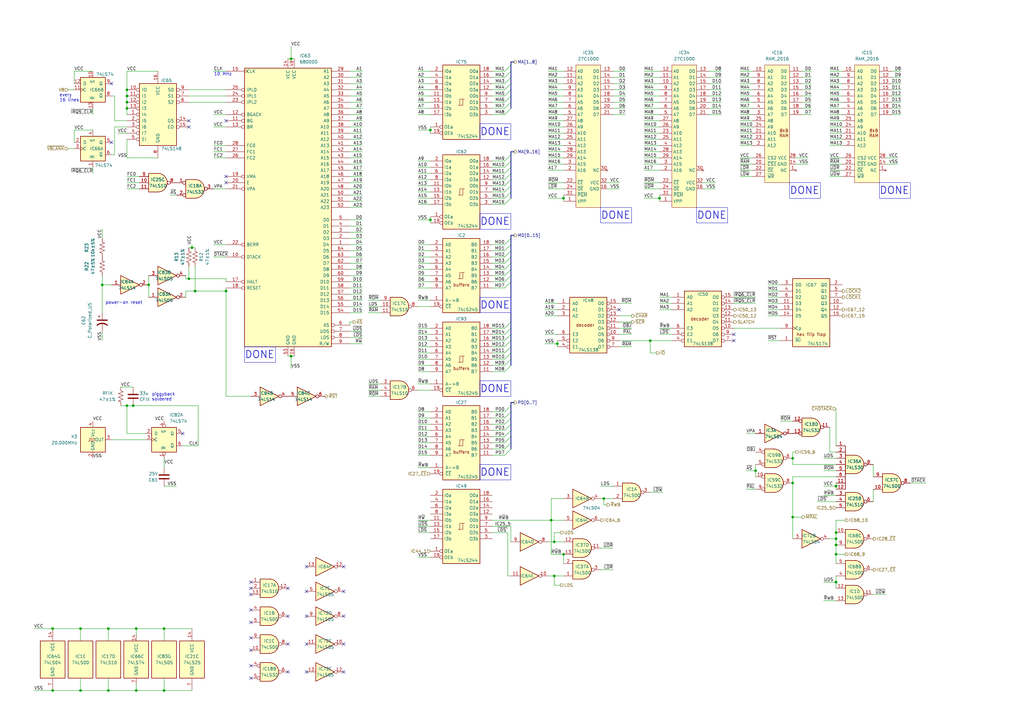
<source format=kicad_sch>
(kicad_sch (version 20231120) (generator "eeschema") (generator_version "8.0")
  (paper "A3")
  (title_block (company "JOTEGO"))
  (lib_symbols
    (symbol "74xx:74LS00" (pin_names (offset 1.016))
      (property "Reference" "U" (at 0 1.27 0))
      (property "Value" "74LS00" (at 0 -1.27 0))
      (symbol "74LS00_1_1"
        (pin input line (at -7.62 2.54 0) (length 3.81) (name "~") (number "1"))
        (pin input line (at -7.62 -2.54 0) (length 3.81) (name "~") (number "2"))
        (pin output inverted (at 7.62 0 180) (length 3.81) (name "~") (number "3"))
      )
      (symbol "74LS00_1_2"
        (pin input inverted (at -7.62 2.54 0) (length 4.318) (name "~") (number "1"))
        (pin input inverted (at -7.62 -2.54 0) (length 4.318) (name "~") (number "2"))
        (pin output line (at 7.62 0 180) (length 3.81) (name "~") (number "3"))
      )
      (symbol "74LS00_2_1"
        (pin input line (at -7.62 2.54 0) (length 3.81) (name "~") (number "4"))
        (pin input line (at -7.62 -2.54 0) (length 3.81) (name "~") (number "5"))
        (pin output inverted (at 7.62 0 180) (length 3.81) (name "~") (number "6"))
      )
      (symbol "74LS00_2_2"
        (pin input inverted (at -7.62 2.54 0) (length 4.318) (name "~") (number "4"))
        (pin input inverted (at -7.62 -2.54 0) (length 4.318) (name "~") (number "5"))
        (pin output line (at 7.62 0 180) (length 3.81) (name "~") (number "6"))
      )
      (symbol "74LS00_3_1"
        (pin input line (at -7.62 -2.54 0) (length 3.81) (name "~") (number "10"))
        (pin output inverted (at 7.62 0 180) (length 3.81) (name "~") (number "8"))
        (pin input line (at -7.62 2.54 0) (length 3.81) (name "~") (number "9"))
      )
      (symbol "74LS00_3_2"
        (pin input inverted (at -7.62 -2.54 0) (length 4.318) (name "~") (number "10"))
        (pin output line (at 7.62 0 180) (length 3.81) (name "~") (number "8"))
        (pin input inverted (at -7.62 2.54 0) (length 4.318) (name "~") (number "9"))
      )
      (symbol "74LS00_4_1"
        (pin output inverted (at 7.62 0 180) (length 3.81) (name "~") (number "11"))
        (pin input line (at -7.62 2.54 0) (length 3.81) (name "~") (number "12"))
        (pin input line (at -7.62 -2.54 0) (length 3.81) (name "~") (number "13"))
      )
      (symbol "74LS00_4_2"
        (pin output line (at 7.62 0 180) (length 3.81) (name "~") (number "11"))
        (pin input inverted (at -7.62 2.54 0) (length 4.318) (name "~") (number "12"))
        (pin input inverted (at -7.62 -2.54 0) (length 4.318) (name "~") (number "13"))
      )
      (symbol "74LS00_5_0"
        (pin power_in line (at 0 12.7 270) (length 5.08) (name "VCC") (number "14"))
        (pin power_in line (at 0 -12.7 90) (length 5.08) (name "GND") (number "7"))
      )
    )
    (symbol "74xx:74LS04"
      (property "Reference" "U" (at 0 1.27 0))
      (property "Value" "74LS04" (at 0 -1.27 0))
      (symbol "74LS04_1_0"
        (pin input line (at -7.62 0 0) (length 3.81) (name "~") (number "1"))
        (pin output inverted (at 7.62 0 180) (length 3.81) (name "~") (number "2"))
      )
      (symbol "74LS04_2_0"
        (pin input line (at -7.62 0 0) (length 3.81) (name "~") (number "3"))
        (pin output inverted (at 7.62 0 180) (length 3.81) (name "~") (number "4"))
      )
      (symbol "74LS04_3_0"
        (pin input line (at -7.62 0 0) (length 3.81) (name "~") (number "5"))
        (pin output inverted (at 7.62 0 180) (length 3.81) (name "~") (number "6"))
      )
      (symbol "74LS04_4_0"
        (pin output inverted (at 7.62 0 180) (length 3.81) (name "~") (number "8"))
        (pin input line (at -7.62 0 0) (length 3.81) (name "~") (number "9"))
      )
      (symbol "74LS04_5_0"
        (pin output inverted (at 7.62 0 180) (length 3.81) (name "~") (number "10"))
        (pin input line (at -7.62 0 0) (length 3.81) (name "~") (number "11"))
      )
      (symbol "74LS04_6_0"
        (pin output inverted (at 7.62 0 180) (length 3.81) (name "~") (number "12"))
        (pin input line (at -7.62 0 0) (length 3.81) (name "~") (number "13"))
      )
      (symbol "74LS04_7_0"
        (pin power_in line (at 0 12.7 270) (length 5.08) (name "VCC") (number "14"))
        (pin power_in line (at 0 -12.7 90) (length 5.08) (name "GND") (number "7"))
      )
    )
    (symbol "74xx:74LS05" (pin_names (offset 1.016))
      (property "Reference" "U" (at 0 1.27 0))
      (property "Value" "74LS05" (at 0 -1.27 0))
      (symbol "74LS05_1_0"
        (pin input line (at -7.62 0 0) (length 3.81) (name "~") (number "1"))
        (pin open_collector inverted (at 7.62 0 180) (length 3.81) (name "~") (number "2"))
      )
      (symbol "74LS05_2_0"
        (pin input line (at -7.62 0 0) (length 3.81) (name "~") (number "3"))
        (pin open_collector inverted (at 7.62 0 180) (length 3.81) (name "~") (number "4"))
      )
      (symbol "74LS05_3_0"
        (pin input line (at -7.62 0 0) (length 3.81) (name "~") (number "5"))
        (pin open_collector inverted (at 7.62 0 180) (length 3.81) (name "~") (number "6"))
      )
      (symbol "74LS05_4_0"
        (pin open_collector inverted (at 7.62 0 180) (length 3.81) (name "~") (number "8"))
        (pin input line (at -7.62 0 0) (length 3.81) (name "~") (number "9"))
      )
      (symbol "74LS05_5_0"
        (pin open_collector inverted (at 7.62 0 180) (length 3.81) (name "~") (number "10"))
        (pin input line (at -7.62 0 0) (length 3.81) (name "~") (number "11"))
      )
      (symbol "74LS05_6_0"
        (pin open_collector inverted (at 7.62 0 180) (length 3.81) (name "~") (number "12"))
        (pin input line (at -7.62 0 0) (length 3.81) (name "~") (number "13"))
      )
      (symbol "74LS05_7_0"
        (pin power_in line (at 0 12.7 270) (length 5.08) (name "VCC") (number "14"))
        (pin power_in line (at 0 -12.7 90) (length 5.08) (name "GND") (number "7"))
      )
    )
    (symbol "74xx:74LS10" (pin_names (offset 1.016))
      (property "Reference" "U" (at 0 1.27 0))
      (property "Value" "74LS10" (at 0 -1.27 0))
      (symbol "74LS10_1_1"
        (pin input line (at -7.62 2.54 0) (length 3.81) (name "~") (number "1"))
        (pin output inverted (at 7.62 0 180) (length 3.81) (name "~") (number "12"))
        (pin input line (at -7.62 -2.54 0) (length 3.81) (name "~") (number "13"))
        (pin input line (at -7.62 0 0) (length 3.81) (name "~") (number "2"))
      )
      (symbol "74LS10_1_2"
        (pin input inverted (at -7.62 2.54 0) (length 4.318) (name "~") (number "1"))
        (pin output line (at 7.62 0 180) (length 3.81) (name "~") (number "12"))
        (pin input inverted (at -7.62 -2.54 0) (length 4.318) (name "~") (number "13"))
        (pin input inverted (at -7.62 0 0) (length 4.953) (name "~") (number "2"))
      )
      (symbol "74LS10_2_1"
        (pin input line (at -7.62 2.54 0) (length 3.81) (name "~") (number "3"))
        (pin input line (at -7.62 0 0) (length 3.81) (name "~") (number "4"))
        (pin input line (at -7.62 -2.54 0) (length 3.81) (name "~") (number "5"))
        (pin output inverted (at 7.62 0 180) (length 3.81) (name "~") (number "6"))
      )
      (symbol "74LS10_2_2"
        (pin input inverted (at -7.62 2.54 0) (length 4.318) (name "~") (number "3"))
        (pin input inverted (at -7.62 0 0) (length 4.953) (name "~") (number "4"))
        (pin input inverted (at -7.62 -2.54 0) (length 4.318) (name "~") (number "5"))
        (pin output line (at 7.62 0 180) (length 3.81) (name "~") (number "6"))
      )
      (symbol "74LS10_3_1"
        (pin input line (at -7.62 0 0) (length 3.81) (name "~") (number "10"))
        (pin input line (at -7.62 -2.54 0) (length 3.81) (name "~") (number "11"))
        (pin output inverted (at 7.62 0 180) (length 3.81) (name "~") (number "8"))
        (pin input line (at -7.62 2.54 0) (length 3.81) (name "~") (number "9"))
      )
      (symbol "74LS10_3_2"
        (pin input inverted (at -7.62 0 0) (length 4.953) (name "~") (number "10"))
        (pin input inverted (at -7.62 -2.54 0) (length 4.318) (name "~") (number "11"))
        (pin output line (at 7.62 0 180) (length 3.81) (name "~") (number "8"))
        (pin input inverted (at -7.62 2.54 0) (length 4.318) (name "~") (number "9"))
      )
      (symbol "74LS10_4_0"
        (pin power_in line (at 0 12.7 270) (length 5.08) (name "VCC") (number "14"))
        (pin power_in line (at 0 -12.7 90) (length 5.08) (name "GND") (number "7"))
      )
    )
    (symbol "74xx:74LS148" (pin_names (offset 1.016))
      (property "Reference" "U" (at -7.62 13.97 0))
      (property "Value" "74LS148" (at -7.62 -13.97 0))
      (symbol "74LS148_1_0"
        (pin input inverted (at -12.7 0 0) (length 5.08) (name "I4") (number "1"))
        (pin input inverted (at -12.7 10.16 0) (length 5.08) (name "IO") (number "10"))
        (pin input inverted (at -12.7 7.62 0) (length 5.08) (name "I1") (number "11"))
        (pin input inverted (at -12.7 5.08 0) (length 5.08) (name "I2") (number "12"))
        (pin input inverted (at -12.7 2.54 0) (length 5.08) (name "I3") (number "13"))
        (pin output inverted (at 12.7 -2.54 180) (length 5.08) (name "GS") (number "14"))
        (pin output inverted (at 12.7 -5.08 180) (length 5.08) (name "EO") (number "15"))
        (pin power_in line (at 0 17.78 270) (length 5.08) (name "VCC") (number "16"))
        (pin input inverted (at -12.7 -2.54 0) (length 5.08) (name "I5") (number "2"))
        (pin input inverted (at -12.7 -5.08 0) (length 5.08) (name "I6") (number "3"))
        (pin input inverted (at -12.7 -7.62 0) (length 5.08) (name "I7") (number "4"))
        (pin input inverted (at -12.7 -10.16 0) (length 5.08) (name "EI") (number "5"))
        (pin output inverted (at 12.7 5.08 180) (length 5.08) (name "S2") (number "6"))
        (pin output inverted (at 12.7 7.62 180) (length 5.08) (name "S1") (number "7"))
        (pin power_in line (at 0 -17.78 90) (length 5.08) (name "GND") (number "8"))
        (pin output inverted (at 12.7 10.16 180) (length 5.08) (name "S0") (number "9"))
      )
    )
    (symbol "74xx:74LS30" (pin_names (offset 1.016))
      (property "Reference" "U" (at 0 1.27 0))
      (property "Value" "74LS30" (at 0 -1.27 0))
      (symbol "74LS30_1_1"
        (pin input line (at -7.62 7.62 0) (length 3.81) (name "~") (number "1"))
        (pin input line (at -7.62 -7.62 0) (length 3.81) (name "~") (number "11"))
        (pin input line (at -7.62 -10.16 0) (length 3.81) (name "~") (number "12"))
        (pin input line (at -7.62 5.08 0) (length 3.81) (name "~") (number "2"))
        (pin input line (at -7.62 2.54 0) (length 3.81) (name "~") (number "3"))
        (pin input line (at -7.62 0 0) (length 3.81) (name "~") (number "4"))
        (pin input line (at -7.62 -2.54 0) (length 3.81) (name "~") (number "5"))
        (pin input line (at -7.62 -5.08 0) (length 3.81) (name "~") (number "6"))
        (pin output inverted (at 7.62 0 180) (length 3.81) (name "~") (number "8"))
      )
      (symbol "74LS30_1_2"
        (pin input inverted (at -7.62 7.62 0) (length 3.81) (name "~") (number "1"))
        (pin input inverted (at -7.62 -7.62 0) (length 3.81) (name "~") (number "11"))
        (pin input inverted (at -7.62 -10.16 0) (length 3.81) (name "~") (number "12"))
        (pin input inverted (at -7.62 5.08 0) (length 3.81) (name "~") (number "2"))
        (pin input inverted (at -7.62 2.54 0) (length 4.5466) (name "~") (number "3"))
        (pin input inverted (at -7.62 0 0) (length 5.08) (name "~") (number "4"))
        (pin input inverted (at -7.62 -2.54 0) (length 4.5466) (name "~") (number "5"))
        (pin input inverted (at -7.62 -5.08 0) (length 3.81) (name "~") (number "6"))
        (pin output line (at 7.62 0 180) (length 3.81) (name "~") (number "8"))
      )
      (symbol "74LS30_2_0"
        (pin power_in line (at 0 12.7 270) (length 5.08) (name "VCC") (number "14"))
        (pin power_in line (at 0 -12.7 90) (length 5.08) (name "GND") (number "7"))
      )
    )
    (symbol "74xx:74LS32" (pin_names (offset 1.016))
      (property "Reference" "U" (at 0 1.27 0))
      (property "Value" "74LS32" (at 0 -1.27 0))
      (symbol "74LS32_1_1"
        (pin input line (at -7.62 2.54 0) (length 4.318) (name "~") (number "1"))
        (pin input line (at -7.62 -2.54 0) (length 4.318) (name "~") (number "2"))
        (pin output line (at 7.62 0 180) (length 3.81) (name "~") (number "3"))
      )
      (symbol "74LS32_1_2"
        (pin input inverted (at -7.62 2.54 0) (length 3.81) (name "~") (number "1"))
        (pin input inverted (at -7.62 -2.54 0) (length 3.81) (name "~") (number "2"))
        (pin output inverted (at 7.62 0 180) (length 3.81) (name "~") (number "3"))
      )
      (symbol "74LS32_2_1"
        (pin input line (at -7.62 2.54 0) (length 4.318) (name "~") (number "4"))
        (pin input line (at -7.62 -2.54 0) (length 4.318) (name "~") (number "5"))
        (pin output line (at 7.62 0 180) (length 3.81) (name "~") (number "6"))
      )
      (symbol "74LS32_2_2"
        (pin input inverted (at -7.62 2.54 0) (length 3.81) (name "~") (number "4"))
        (pin input inverted (at -7.62 -2.54 0) (length 3.81) (name "~") (number "5"))
        (pin output inverted (at 7.62 0 180) (length 3.81) (name "~") (number "6"))
      )
      (symbol "74LS32_3_1"
        (pin input line (at -7.62 -2.54 0) (length 4.318) (name "~") (number "10"))
        (pin output line (at 7.62 0 180) (length 3.81) (name "~") (number "8"))
        (pin input line (at -7.62 2.54 0) (length 4.318) (name "~") (number "9"))
      )
      (symbol "74LS32_3_2"
        (pin input inverted (at -7.62 -2.54 0) (length 3.81) (name "~") (number "10"))
        (pin output inverted (at 7.62 0 180) (length 3.81) (name "~") (number "8"))
        (pin input inverted (at -7.62 2.54 0) (length 3.81) (name "~") (number "9"))
      )
      (symbol "74LS32_4_1"
        (pin output line (at 7.62 0 180) (length 3.81) (name "~") (number "11"))
        (pin input line (at -7.62 2.54 0) (length 4.318) (name "~") (number "12"))
        (pin input line (at -7.62 -2.54 0) (length 4.318) (name "~") (number "13"))
      )
      (symbol "74LS32_4_2"
        (pin output inverted (at 7.62 0 180) (length 3.81) (name "~") (number "11"))
        (pin input inverted (at -7.62 2.54 0) (length 3.81) (name "~") (number "12"))
        (pin input inverted (at -7.62 -2.54 0) (length 3.81) (name "~") (number "13"))
      )
      (symbol "74LS32_5_0"
        (pin power_in line (at 0 12.7 270) (length 5.08) (name "VCC") (number "14"))
        (pin power_in line (at 0 -12.7 90) (length 5.08) (name "GND") (number "7"))
      )
    )
    (symbol "74xx:74LS74" (pin_names (offset 1.016))
      (property "Reference" "U" (at -7.62 8.89 0))
      (property "Value" "74LS74" (at -7.62 -8.89 0))
      (symbol "74LS74_1_0"
        (pin input line (at 0 -7.62 90) (length 2.54) (name "~{R}") (number "1"))
        (pin input line (at -7.62 2.54 0) (length 2.54) (name "D") (number "2"))
        (pin input clock (at -7.62 0 0) (length 2.54) (name "C") (number "3"))
        (pin input line (at 0 7.62 270) (length 2.54) (name "~{S}") (number "4"))
        (pin output line (at 7.62 2.54 180) (length 2.54) (name "Q") (number "5"))
        (pin output line (at 7.62 -2.54 180) (length 2.54) (name "~{Q}") (number "6"))
      )
      (symbol "74LS74_2_0"
        (pin input line (at 0 7.62 270) (length 2.54) (name "~{S}") (number "10"))
        (pin input clock (at -7.62 0 0) (length 2.54) (name "C") (number "11"))
        (pin input line (at -7.62 2.54 0) (length 2.54) (name "D") (number "12"))
        (pin input line (at 0 -7.62 90) (length 2.54) (name "~{R}") (number "13"))
        (pin output line (at 7.62 -2.54 180) (length 2.54) (name "~{Q}") (number "8"))
        (pin output line (at 7.62 2.54 180) (length 2.54) (name "Q") (number "9"))
      )
      (symbol "74LS74_3_0"
        (pin power_in line (at 0 10.16 270) (length 2.54) (name "VCC") (number "14"))
        (pin power_in line (at 0 -10.16 90) (length 2.54) (name "GND") (number "7"))
      )
    )
    (symbol "CPU_NXP_68000:68000D" (pin_names (offset 0.762))
      (property "Reference" "U" (at 0 2.54 0))
      (property "Value" "68000D" (at 0 -3.81 0))
      (symbol "68000D_1_1"
        (pin bidirectional line (at 25.4 -15.24 180) (length 7.62) (name "D4") (number "1"))
        (pin input inverted (at -25.4 -20.32 0) (length 7.62) (name "DTACK") (number "10"))
        (pin output inverted (at -25.4 35.56 0) (length 7.62) (name "BG") (number "11"))
        (pin input inverted (at -25.4 38.1 0) (length 7.62) (name "BGACK") (number "12"))
        (pin input inverted (at -25.4 33.02 0) (length 7.62) (name "BR") (number "13"))
        (pin power_in line (at 0 60.96 270) (length 3.81) (name "VCC") (number "14"))
        (pin input clock (at -25.4 55.88 0) (length 7.62) (name "CLK") (number "15"))
        (pin power_in line (at 2.54 -60.96 90) (length 3.81) (name "GND") (number "16"))
        (pin bidirectional inverted (at -25.4 -30.48 0) (length 7.62) (name "HALT") (number "17"))
        (pin bidirectional inverted (at -25.4 -33.02 0) (length 7.62) (name "RESET") (number "18"))
        (pin output inverted (at -25.4 12.7 0) (length 7.62) (name "VMA") (number "19"))
        (pin bidirectional line (at 25.4 -12.7 180) (length 7.62) (name "D3") (number "2"))
        (pin output line (at -25.4 10.16 0) (length 7.62) (name "E") (number "20"))
        (pin input inverted (at -25.4 7.62 0) (length 7.62) (name "VPA") (number "21"))
        (pin input inverted (at -25.4 -15.24 0) (length 7.62) (name "BERR") (number "22"))
        (pin input inverted (at -25.4 43.18 0) (length 7.62) (name "IPL2") (number "23"))
        (pin input inverted (at -25.4 45.72 0) (length 7.62) (name "IPL1") (number "24"))
        (pin input inverted (at -25.4 48.26 0) (length 7.62) (name "IPL0") (number "25"))
        (pin output line (at -25.4 20.32 0) (length 7.62) (name "FC2") (number "26"))
        (pin output line (at -25.4 22.86 0) (length 7.62) (name "FC1") (number "27"))
        (pin output line (at -25.4 25.4 0) (length 7.62) (name "FC0") (number "28"))
        (pin output line (at 25.4 55.88 180) (length 7.62) (name "A1") (number "29"))
        (pin bidirectional line (at 25.4 -10.16 180) (length 7.62) (name "D2") (number "3"))
        (pin output line (at 25.4 53.34 180) (length 7.62) (name "A2") (number "30"))
        (pin output line (at 25.4 50.8 180) (length 7.62) (name "A3") (number "31"))
        (pin output line (at 25.4 48.26 180) (length 7.62) (name "A4") (number "32"))
        (pin output line (at 25.4 45.72 180) (length 7.62) (name "A5") (number "33"))
        (pin output line (at 25.4 43.18 180) (length 7.62) (name "A6") (number "34"))
        (pin output line (at 25.4 40.64 180) (length 7.62) (name "A7") (number "35"))
        (pin output line (at 25.4 38.1 180) (length 7.62) (name "A8") (number "36"))
        (pin output line (at 25.4 35.56 180) (length 7.62) (name "A9") (number "37"))
        (pin output line (at 25.4 33.02 180) (length 7.62) (name "A10") (number "38"))
        (pin output line (at 25.4 30.48 180) (length 7.62) (name "A11") (number "39"))
        (pin bidirectional line (at 25.4 -7.62 180) (length 7.62) (name "D1") (number "4"))
        (pin output line (at 25.4 27.94 180) (length 7.62) (name "A12") (number "40"))
        (pin output line (at 25.4 25.4 180) (length 7.62) (name "A13") (number "41"))
        (pin output line (at 25.4 22.86 180) (length 7.62) (name "A14") (number "42"))
        (pin output line (at 25.4 20.32 180) (length 7.62) (name "A15") (number "43"))
        (pin output line (at 25.4 17.78 180) (length 7.62) (name "A16") (number "44"))
        (pin output line (at 25.4 15.24 180) (length 7.62) (name "A17") (number "45"))
        (pin output line (at 25.4 12.7 180) (length 7.62) (name "A18") (number "46"))
        (pin output line (at 25.4 10.16 180) (length 7.62) (name "A19") (number "47"))
        (pin output line (at 25.4 7.62 180) (length 7.62) (name "A20") (number "48"))
        (pin power_in line (at 2.54 60.96 270) (length 3.81) (name "VCC") (number "49"))
        (pin bidirectional line (at 25.4 -5.08 180) (length 7.62) (name "D0") (number "5"))
        (pin output line (at 25.4 5.08 180) (length 7.62) (name "A21") (number "50"))
        (pin output line (at 25.4 2.54 180) (length 7.62) (name "A22") (number "51"))
        (pin output line (at 25.4 0 180) (length 7.62) (name "A23") (number "52"))
        (pin power_in line (at 0 -60.96 90) (length 3.81) (name "GND") (number "53"))
        (pin bidirectional line (at 25.4 -43.18 180) (length 7.62) (name "D15") (number "54"))
        (pin bidirectional line (at 25.4 -40.64 180) (length 7.62) (name "D14") (number "55"))
        (pin bidirectional line (at 25.4 -38.1 180) (length 7.62) (name "D13") (number "56"))
        (pin bidirectional line (at 25.4 -35.56 180) (length 7.62) (name "D12") (number "57"))
        (pin bidirectional line (at 25.4 -33.02 180) (length 7.62) (name "D11") (number "58"))
        (pin bidirectional line (at 25.4 -30.48 180) (length 7.62) (name "D10") (number "59"))
        (pin output inverted (at 25.4 -48.26 180) (length 7.62) (name "AS") (number "6"))
        (pin bidirectional line (at 25.4 -27.94 180) (length 7.62) (name "D9") (number "60"))
        (pin bidirectional line (at 25.4 -25.4 180) (length 7.62) (name "D8") (number "61"))
        (pin bidirectional line (at 25.4 -22.86 180) (length 7.62) (name "D7") (number "62"))
        (pin bidirectional line (at 25.4 -20.32 180) (length 7.62) (name "D6") (number "63"))
        (pin bidirectional line (at 25.4 -17.78 180) (length 7.62) (name "D5") (number "64"))
        (pin output inverted (at 25.4 -50.8 180) (length 7.62) (name "UDS") (number "7"))
        (pin output inverted (at 25.4 -53.34 180) (length 7.62) (name "LDS") (number "8"))
        (pin output line (at 25.4 -55.88 180) (length 7.62) (name "R/W") (number "9"))
      )
    )
    (symbol "Device:C" (pin_numbers hide) (pin_names (offset 0.254))
      (property "Reference" "C" (at 0.635 2.54 0))
      (property "Value" "C" (at 0.635 -2.54 0))
      (symbol "C_1_1"
        (pin passive line (at 0 3.81 270) (length 2.794) (name "~") (number "1"))
        (pin passive line (at 0 -3.81 90) (length 2.794) (name "~") (number "2"))
      )
    )
    (symbol "Device:C_Polarized_US" (pin_numbers hide) (pin_names (offset 0.254) hide)
      (property "Reference" "C" (at 0.635 2.54 0))
      (property "Value" "C_Polarized_US" (at 0.635 -2.54 0))
      (symbol "C_Polarized_US_1_1"
        (pin passive line (at 0 3.81 270) (length 2.794) (name "~") (number "1"))
        (pin passive line (at 0 -3.81 90) (length 3.302) (name "~") (number "2"))
      )
    )
    (symbol "Device:R_US" (pin_numbers hide) (pin_names (offset 0))
      (property "Reference" "R" (at 2.54 0 90))
      (property "Value" "R_US" (at -2.54 0 90))
      (symbol "R_US_1_1"
        (pin passive line (at 0 3.81 270) (length 1.27) (name "~") (number "1"))
        (pin passive line (at 0 -3.81 90) (length 1.27) (name "~") (number "2"))
      )
    )
    (symbol "Oscillator:TG2520SMN-xx.xxxxxxMhz-xxxxNM"
      (property "Reference" "X" (at -5.08 6.35 0))
      (property "Value" "TG2520SMN-xx.xxxxxxMhz-xxxxNM" (at 1.27 -6.35 0))
      (symbol "TG2520SMN-xx.xxxxxxMhz-xxxxNM_1_1"
        (pin no_connect line (at -5.08 0 0) (length 2.54) hide (name "NC") (number "1"))
        (pin power_in line (at 0 -7.62 90) (length 2.54) (name "GND") (number "2"))
        (pin output line (at 7.62 0 180) (length 2.54) (name "OUT") (number "3"))
        (pin power_in line (at 0 7.62 270) (length 2.54) (name "Vcc") (number "4"))
      )
    )
    (symbol "jt74:74LS00" (pin_names (offset 1.016))
      (property "Reference" "U" (at 0 1.27 0))
      (property "Value" "74LS00" (at 0 -1.27 0))
      (symbol "74LS00_1_1"
        (pin input line (at -7.62 2.54 0) (length 3.81) (name "~") (number "1"))
        (pin input line (at -7.62 -2.54 0) (length 3.81) (name "~") (number "2"))
        (pin output inverted (at 7.62 0 180) (length 3.81) (name "~") (number "3"))
      )
      (symbol "74LS00_1_2"
        (pin input inverted (at -7.62 2.54 0) (length 4.318) (name "~") (number "1"))
        (pin input inverted (at -7.62 -2.54 0) (length 4.318) (name "~") (number "2"))
        (pin output line (at 7.62 0 180) (length 3.81) (name "~") (number "3"))
      )
      (symbol "74LS00_2_1"
        (pin input line (at -7.62 2.54 0) (length 3.81) (name "~") (number "4"))
        (pin input line (at -7.62 -2.54 0) (length 3.81) (name "~") (number "5"))
        (pin output inverted (at 7.62 0 180) (length 3.81) (name "~") (number "6"))
      )
      (symbol "74LS00_2_2"
        (pin input inverted (at -7.62 2.54 0) (length 4.318) (name "~") (number "4"))
        (pin input inverted (at -7.62 -2.54 0) (length 4.318) (name "~") (number "5"))
        (pin output line (at 7.62 0 180) (length 3.81) (name "~") (number "6"))
      )
      (symbol "74LS00_3_1"
        (pin input line (at -7.62 -2.54 0) (length 3.81) (name "~") (number "10"))
        (pin output inverted (at 7.62 0 180) (length 3.81) (name "~") (number "8"))
        (pin input line (at -7.62 2.54 0) (length 3.81) (name "~") (number "9"))
      )
      (symbol "74LS00_3_2"
        (pin input inverted (at -7.62 -2.54 0) (length 4.318) (name "~") (number "10"))
        (pin output line (at 7.62 0 180) (length 3.81) (name "~") (number "8"))
        (pin input inverted (at -7.62 2.54 0) (length 4.318) (name "~") (number "9"))
      )
      (symbol "74LS00_4_1"
        (pin output inverted (at 7.62 0 180) (length 3.81) (name "~") (number "11"))
        (pin input line (at -7.62 2.54 0) (length 3.81) (name "~") (number "12"))
        (pin input line (at -7.62 -2.54 0) (length 3.81) (name "~") (number "13"))
      )
      (symbol "74LS00_4_2"
        (pin output line (at 7.62 0 180) (length 3.81) (name "~") (number "11"))
        (pin input inverted (at -7.62 2.54 0) (length 4.318) (name "~") (number "12"))
        (pin input inverted (at -7.62 -2.54 0) (length 4.318) (name "~") (number "13"))
      )
      (symbol "74LS00_5_0"
        (pin power_in line (at 0 7.62 270) (length 5.08) hide (name "VCC") (number "14"))
        (pin power_in line (at 0 -7.62 90) (length 5.08) hide (name "VSS") (number "7"))
      )
    )
    (symbol "jt74:74LS04" (pin_names (offset 1.016))
      (property "Reference" "U" (at 0 1.27 0))
      (property "Value" "74LS04" (at 0 -1.27 0))
      (symbol "74LS04_1_0"
        (pin input line (at -7.62 0 0) (length 3.81) (name "~") (number "1"))
        (pin output inverted (at 7.62 0 180) (length 3.81) (name "~") (number "2"))
      )
      (symbol "74LS04_2_0"
        (pin input line (at -7.62 0 0) (length 3.81) (name "~") (number "3"))
        (pin output inverted (at 7.62 0 180) (length 3.81) (name "~") (number "4"))
      )
      (symbol "74LS04_3_0"
        (pin input line (at -7.62 0 0) (length 3.81) (name "~") (number "5"))
        (pin output inverted (at 7.62 0 180) (length 3.81) (name "~") (number "6"))
      )
      (symbol "74LS04_4_0"
        (pin output inverted (at 7.62 0 180) (length 3.81) (name "~") (number "8"))
        (pin input line (at -7.62 0 0) (length 3.81) (name "~") (number "9"))
      )
      (symbol "74LS04_5_0"
        (pin output inverted (at 7.62 0 180) (length 3.81) (name "~") (number "10"))
        (pin input line (at -7.62 0 0) (length 3.81) (name "~") (number "11"))
      )
      (symbol "74LS04_6_0"
        (pin output inverted (at 7.62 0 180) (length 3.81) (name "~") (number "12"))
        (pin input line (at -7.62 0 0) (length 3.81) (name "~") (number "13"))
      )
      (symbol "74LS04_7_0"
        (pin power_in line (at 0 7.62 270) (length 5.08) hide (name "VCC") (number "14"))
        (pin power_in line (at 0 -7.62 90) (length 5.08) hide (name "VSS") (number "7"))
      )
    )
    (symbol "jt74:74LS05" (pin_names (offset 1.016))
      (property "Reference" "U" (at 0 1.27 0))
      (property "Value" "74LS05" (at 0 -1.27 0))
      (symbol "74LS05_1_0"
        (pin input line (at -7.62 0 0) (length 3.81) (name "~") (number "1"))
        (pin open_collector inverted (at 7.62 0 180) (length 3.81) (name "~") (number "2"))
      )
      (symbol "74LS05_2_0"
        (pin input line (at -7.62 0 0) (length 3.81) (name "~") (number "3"))
        (pin open_collector inverted (at 7.62 0 180) (length 3.81) (name "~") (number "4"))
      )
      (symbol "74LS05_3_0"
        (pin input line (at -7.62 0 0) (length 3.81) (name "~") (number "5"))
        (pin open_collector inverted (at 7.62 0 180) (length 3.81) (name "~") (number "6"))
      )
      (symbol "74LS05_4_0"
        (pin open_collector inverted (at 7.62 0 180) (length 3.81) (name "~") (number "8"))
        (pin input line (at -7.62 0 0) (length 3.81) (name "~") (number "9"))
      )
      (symbol "74LS05_5_0"
        (pin open_collector inverted (at 7.62 0 180) (length 3.81) (name "~") (number "10"))
        (pin input line (at -7.62 0 0) (length 3.81) (name "~") (number "11"))
      )
      (symbol "74LS05_6_0"
        (pin open_collector inverted (at 7.62 0 180) (length 3.81) (name "~") (number "12"))
        (pin input line (at -7.62 0 0) (length 3.81) (name "~") (number "13"))
      )
      (symbol "74LS05_7_0"
        (pin input line (at 0 12.7 270) (length 5.08) hide (name "VCC") (number "14"))
        (pin input line (at 0 -12.7 90) (length 5.08) hide (name "GND") (number "7"))
      )
    )
    (symbol "jt74:74LS10" (pin_names (offset 1.016))
      (property "Reference" "U" (at 0 1.27 0))
      (property "Value" "74LS10" (at 0 -1.27 0))
      (symbol "74LS10_1_1"
        (pin input line (at -7.62 2.54 0) (length 3.81) (name "~") (number "1"))
        (pin output inverted (at 7.62 0 180) (length 3.81) (name "~") (number "12"))
        (pin input line (at -7.62 -2.54 0) (length 3.81) (name "~") (number "13"))
        (pin input line (at -7.62 0 0) (length 3.81) (name "~") (number "2"))
      )
      (symbol "74LS10_1_2"
        (pin input inverted (at -7.62 2.54 0) (length 4.318) (name "~") (number "1"))
        (pin output line (at 7.62 0 180) (length 3.81) (name "~") (number "12"))
        (pin input inverted (at -7.62 -2.54 0) (length 4.318) (name "~") (number "13"))
        (pin input inverted (at -7.62 0 0) (length 4.953) (name "~") (number "2"))
      )
      (symbol "74LS10_2_1"
        (pin input line (at -7.62 2.54 0) (length 3.81) (name "~") (number "3"))
        (pin input line (at -7.62 0 0) (length 3.81) (name "~") (number "4"))
        (pin input line (at -7.62 -2.54 0) (length 3.81) (name "~") (number "5"))
        (pin output inverted (at 7.62 0 180) (length 3.81) (name "~") (number "6"))
      )
      (symbol "74LS10_2_2"
        (pin input inverted (at -7.62 2.54 0) (length 4.318) (name "~") (number "3"))
        (pin input inverted (at -7.62 0 0) (length 4.953) (name "~") (number "4"))
        (pin input inverted (at -7.62 -2.54 0) (length 4.318) (name "~") (number "5"))
        (pin output line (at 7.62 0 180) (length 3.81) (name "~") (number "6"))
      )
      (symbol "74LS10_3_1"
        (pin input line (at -7.62 0 0) (length 3.81) (name "~") (number "10"))
        (pin input line (at -7.62 -2.54 0) (length 3.81) (name "~") (number "11"))
        (pin output inverted (at 7.62 0 180) (length 3.81) (name "~") (number "8"))
        (pin input line (at -7.62 2.54 0) (length 3.81) (name "~") (number "9"))
      )
      (symbol "74LS10_3_2"
        (pin input inverted (at -7.62 0 0) (length 4.953) (name "~") (number "10"))
        (pin input inverted (at -7.62 -2.54 0) (length 4.318) (name "~") (number "11"))
        (pin output line (at 7.62 0 180) (length 3.81) (name "~") (number "8"))
        (pin input inverted (at -7.62 2.54 0) (length 4.318) (name "~") (number "9"))
      )
      (symbol "74LS10_4_0"
        (pin power_in line (at 0 7.62 270) (length 5.08) hide (name "VCC") (number "14"))
        (pin power_in line (at 0 -7.62 90) (length 5.08) hide (name "VSS") (number "7"))
      )
    )
    (symbol "jt74:74LS138" (pin_names (offset 1.016))
      (property "Reference" "U" (at 6.35 11.43 0))
      (property "Value" "74LS138" (at 3.81 -13.97 0))
      (symbol "74LS138_0_0"
        (text "decoder" (at -1.27 -1.27 0) (effects (font (size 1.27 1.27))))
      )
      (symbol "74LS138_1_0"
        (pin input line (at -12.7 7.62 0) (length 5.08) (name "A0") (number "1"))
        (pin output inverted (at 12.7 -5.08 180) (length 5.08) (name "O5") (number "10"))
        (pin output inverted (at 12.7 -2.54 180) (length 5.08) (name "O4") (number "11"))
        (pin output inverted (at 12.7 0 180) (length 5.08) (name "O3") (number "12"))
        (pin output inverted (at 12.7 2.54 180) (length 5.08) (name "O2") (number "13"))
        (pin output inverted (at 12.7 5.08 180) (length 5.08) (name "O1") (number "14"))
        (pin output inverted (at 12.7 7.62 180) (length 5.08) (name "O0") (number "15"))
        (pin input line (at -12.7 5.08 0) (length 5.08) (name "A1") (number "2"))
        (pin input line (at -12.7 2.54 0) (length 5.08) (name "A2") (number "3"))
        (pin input inverted (at -12.7 -10.16 0) (length 5.08) (name "E1") (number "4"))
        (pin input inverted (at -12.7 -7.62 0) (length 5.08) (name "E2") (number "5"))
        (pin input line (at -12.7 -5.08 0) (length 5.08) (name "E3") (number "6"))
        (pin output inverted (at 12.7 -10.16 180) (length 5.08) (name "O7") (number "7"))
        (pin output inverted (at 12.7 -7.62 180) (length 5.08) (name "O6") (number "9"))
      )
    )
    (symbol "jt74:74LS14" (pin_names (offset 1.016))
      (property "Reference" "U" (at 0 1.27 0))
      (property "Value" "74LS14" (at 0 -1.27 0))
      (symbol "74LS14_1_0"
        (pin input line (at -7.62 0 0) (length 3.81) (name "~") (number "1"))
        (pin output inverted (at 7.62 0 180) (length 3.81) (name "~") (number "2"))
      )
      (symbol "74LS14_2_0"
        (pin input line (at -7.62 0 0) (length 3.81) (name "~") (number "3"))
        (pin output inverted (at 7.62 0 180) (length 3.81) (name "~") (number "4"))
      )
      (symbol "74LS14_3_0"
        (pin input line (at -7.62 0 0) (length 3.81) (name "~") (number "5"))
        (pin output inverted (at 7.62 0 180) (length 3.81) (name "~") (number "6"))
      )
      (symbol "74LS14_4_0"
        (pin output inverted (at 7.62 0 180) (length 3.81) (name "~") (number "8"))
        (pin input line (at -7.62 0 0) (length 3.81) (name "~") (number "9"))
      )
      (symbol "74LS14_5_0"
        (pin output inverted (at 7.62 0 180) (length 3.81) (name "~") (number "10"))
        (pin input line (at -7.62 0 0) (length 3.81) (name "~") (number "11"))
      )
      (symbol "74LS14_6_0"
        (pin output inverted (at 7.62 0 180) (length 3.81) (name "~") (number "12"))
        (pin input line (at -7.62 0 0) (length 3.81) (name "~") (number "13"))
      )
      (symbol "74LS14_7_0"
        (pin power_in line (at 0 7.62 270) (length 5.08) hide (name "VCC") (number "14"))
        (pin power_in line (at 1.27 -7.62 90) (length 5.08) hide (name "VSS") (number "7"))
      )
    )
    (symbol "jt74:74LS174" (pin_names (offset 1.016))
      (property "Reference" "U" (at 5.08 -12.7 0))
      (property "Value" "74LS174" (at 0 -5.08 0))
      (symbol "74LS174_0_0"
        (text "hex flip flop" (at 0 -10.16 0) (effects (font (size 1.27 1.27))))
      )
      (symbol "74LS174_1_0"
        (pin input line (at -12.7 -12.7 0) (length 5.08) (name "~{Mr}") (number "1"))
        (pin output line (at 12.7 2.54 180) (length 5.08) (name "Q3") (number "10"))
        (pin input line (at -12.7 2.54 0) (length 5.08) (name "D3") (number "11"))
        (pin output line (at 12.7 0 180) (length 5.08) (name "Q4") (number "12"))
        (pin input line (at -12.7 0 0) (length 5.08) (name "D4") (number "13"))
        (pin input line (at -12.7 -2.54 0) (length 5.08) (name "D5") (number "14"))
        (pin output line (at 12.7 -2.54 180) (length 5.08) (name "Q5") (number "15"))
        (pin output line (at 12.7 10.16 180) (length 5.08) (name "Q0") (number "2"))
        (pin input line (at -12.7 10.16 0) (length 5.08) (name "D0") (number "3"))
        (pin input line (at -12.7 7.62 0) (length 5.08) (name "D1") (number "4"))
        (pin output line (at 12.7 7.62 180) (length 5.08) (name "Q1") (number "5"))
        (pin input line (at -12.7 5.08 0) (length 5.08) (name "D2") (number "6"))
        (pin output line (at 12.7 5.08 180) (length 5.08) (name "Q2") (number "7"))
        (pin input clock (at -12.7 -7.62 0) (length 5.08) (name "Cp") (number "9"))
      )
      (symbol "74LS174_1_1"
        (pin power_in line (at 0 12.7 270) (length 5.08) hide (name "VCC") (number "16"))
        (pin power_in line (at 0 -15.24 90) (length 5.08) hide (name "VSS") (number "8"))
      )
    )
    (symbol "jt74:74LS244"
      (property "Reference" "U" (at -7.62 16.51 0))
      (property "Value" "74LS244" (at -3.81 -21.59 0))
      (symbol "74LS244_1_0"
        (pin input inverted (at -12.7 -10.16 0) (length 5.08) (name "OEa") (number "1"))
        (pin power_in line (at 0 -15.24 90) (length 5.08) hide (name "VSS") (number "10"))
        (pin input line (at -12.7 2.54 0) (length 5.08) (name "I0b") (number "11"))
        (pin tri_state line (at 12.7 5.08 180) (length 5.08) (name "O3a") (number "12"))
        (pin input line (at -12.7 0 0) (length 5.08) (name "I1b") (number "13"))
        (pin tri_state line (at 12.7 7.62 180) (length 5.08) (name "O2a") (number "14"))
        (pin input line (at -12.7 -2.54 0) (length 5.08) (name "I2b") (number "15"))
        (pin tri_state line (at 12.7 10.16 180) (length 5.08) (name "O1a") (number "16"))
        (pin input line (at -12.7 -5.08 0) (length 5.08) (name "I3b") (number "17"))
        (pin tri_state line (at 12.7 12.7 180) (length 5.08) (name "O0a") (number "18"))
        (pin input inverted (at -12.7 -12.7 0) (length 5.08) (name "OEb") (number "19"))
        (pin input line (at -12.7 12.7 0) (length 5.08) (name "I0a") (number "2"))
        (pin power_in line (at 0 15.24 270) (length 5.08) hide (name "VCC") (number "20"))
        (pin tri_state line (at 12.7 -5.08 180) (length 5.08) (name "O3b") (number "3"))
        (pin input line (at -12.7 10.16 0) (length 5.08) (name "I1a") (number "4"))
        (pin tri_state line (at 12.7 -2.54 180) (length 5.08) (name "O2b") (number "5"))
        (pin input line (at -12.7 7.62 0) (length 5.08) (name "I2a") (number "6"))
        (pin tri_state line (at 12.7 0 180) (length 5.08) (name "O1b") (number "7"))
        (pin input line (at -12.7 5.08 0) (length 5.08) (name "I3a") (number "8"))
        (pin tri_state line (at 12.7 2.54 180) (length 5.08) (name "O0b") (number "9"))
      )
    )
    (symbol "jt74:74LS245" (pin_names (offset 1.016))
      (property "Reference" "U" (at -7.62 16.51 0))
      (property "Value" "74LS245" (at 2.54 -13.97 0))
      (symbol "74LS245_0_0"
        (text "buffers" (at 0 -3.81 0) (effects (font (size 1.27 1.27))))
      )
      (symbol "74LS245_1_0"
        (pin input line (at -12.7 -10.16 0) (length 5.08) (name "A->B") (number "1"))
        (pin tri_state line (at 12.7 -5.08 180) (length 5.08) (name "B7") (number "11"))
        (pin tri_state line (at 12.7 -2.54 180) (length 5.08) (name "B6") (number "12"))
        (pin tri_state line (at 12.7 0 180) (length 5.08) (name "B5") (number "13"))
        (pin tri_state line (at 12.7 2.54 180) (length 5.08) (name "B4") (number "14"))
        (pin tri_state line (at 12.7 5.08 180) (length 5.08) (name "B3") (number "15"))
        (pin tri_state line (at 12.7 7.62 180) (length 5.08) (name "B2") (number "16"))
        (pin tri_state line (at 12.7 10.16 180) (length 5.08) (name "B1") (number "17"))
        (pin tri_state line (at 12.7 12.7 180) (length 5.08) (name "B0") (number "18"))
        (pin input inverted (at -12.7 -12.7 0) (length 5.08) (name "~{CE}") (number "19"))
        (pin tri_state line (at -12.7 12.7 0) (length 5.08) (name "A0") (number "2"))
        (pin tri_state line (at -12.7 10.16 0) (length 5.08) (name "A1") (number "3"))
        (pin tri_state line (at -12.7 7.62 0) (length 5.08) (name "A2") (number "4"))
        (pin tri_state line (at -12.7 5.08 0) (length 5.08) (name "A3") (number "5"))
        (pin tri_state line (at -12.7 2.54 0) (length 5.08) (name "A4") (number "6"))
        (pin tri_state line (at -12.7 0 0) (length 5.08) (name "A5") (number "7"))
        (pin tri_state line (at -12.7 -2.54 0) (length 5.08) (name "A6") (number "8"))
        (pin tri_state line (at -12.7 -5.08 0) (length 5.08) (name "A7") (number "9"))
      )
    )
    (symbol "jt74:74LS25" (pin_names (offset 1.016))
      (property "Reference" "U" (at 0 1.016 0))
      (property "Value" "74LS25" (at 0 -1.016 0))
      (symbol "74LS25_1_0"
        (pin input line (at -10.16 5.08 0) (length 3.81) (name "~") (number "1"))
        (pin input line (at -10.16 2.54 0) (length 4.826) (name "~") (number "2"))
        (pin input line (at -10.16 0 0) (length 4.826) (name "~") (number "4"))
        (pin input line (at -10.16 -2.54 0) (length 3.81) (name "~") (number "5"))
      )
      (symbol "74LS25_1_1"
        (pin input line (at -10.16 -5.08 0) (length 11.43) (name "~") (number "3"))
        (pin output inverted (at 12.7 -1.27 180) (length 3.81) (name "~") (number "6"))
      )
      (symbol "74LS25_1_2"
        (pin output line (at 7.62 0 180) (length 3.81) (name "~") (number "1"))
        (pin input inverted (at -7.62 2.54 0) (length 3.81) (name "~") (number "2"))
        (pin input inverted (at -7.62 -2.54 0) (length 3.81) (name "~") (number "3"))
      )
      (symbol "74LS25_2_0"
        (pin input line (at -10.16 2.54 0) (length 4.826) (name "~") (number "10"))
        (pin input line (at -10.16 0 0) (length 4.826) (name "~") (number "12"))
        (pin input line (at -10.16 -2.54 0) (length 3.81) (name "~") (number "13"))
        (pin input line (at -10.16 5.08 0) (length 3.81) (name "~") (number "9"))
      )
      (symbol "74LS25_2_1"
        (pin input line (at -10.16 -5.08 0) (length 11.43) (name "~") (number "11"))
        (pin output inverted (at 12.7 -1.27 180) (length 3.81) (name "~") (number "8"))
      )
      (symbol "74LS25_2_2"
        (pin output line (at 7.62 0 180) (length 3.81) (name "~") (number "4"))
        (pin input inverted (at -7.62 2.54 0) (length 3.81) (name "~") (number "5"))
        (pin input inverted (at -7.62 -2.54 0) (length 3.81) (name "~") (number "6"))
      )
      (symbol "74LS25_3_0"
        (pin power_in line (at 0 12.7 270) (length 5.08) (name "VCC") (number "14"))
        (pin power_in line (at 0 -12.7 90) (length 5.08) (name "GND") (number "7"))
      )
      (symbol "74LS25_3_2"
        (pin output line (at 7.62 0 180) (length 3.81) (name "~") (number "10"))
        (pin input inverted (at -7.62 2.54 0) (length 3.81) (name "~") (number "8"))
        (pin input inverted (at -7.62 -2.54 0) (length 3.81) (name "~") (number "9"))
      )
    )
    (symbol "jt74:74LS74" (pin_names (offset 1.016))
      (property "Reference" "U" (at 3.81 5.08 0))
      (property "Value" "74LS74" (at 0 0 0))
      (symbol "74LS74_1_0"
        (pin input inverted (at 0 -7.62 90) (length 2.54) (name "~{R}") (number "1"))
        (pin input line (at -7.62 2.54 0) (length 2.54) (name "D") (number "2"))
        (pin input clock (at -7.62 0 0) (length 2.54) (name "C") (number "3"))
        (pin input inverted (at 0 7.62 270) (length 2.54) (name "~{S}") (number "4"))
        (pin output line (at 7.62 2.54 180) (length 2.54) (name "Q") (number "5"))
        (pin output line (at 7.62 -2.54 180) (length 2.54) (name "~{Q}") (number "6"))
      )
      (symbol "74LS74_2_0"
        (pin input clock (at -7.62 0 0) (length 2.54) (name "C") (number "11"))
        (pin input line (at -7.62 2.54 0) (length 2.54) (name "D") (number "12"))
        (pin input line (at 0 -7.62 90) (length 2.54) (name "~{R}") (number "13"))
        (pin output inverted (at 7.62 -2.54 180) (length 2.54) (name "~{Q}") (number "8"))
        (pin output line (at 7.62 2.54 180) (length 2.54) (name "Q") (number "9"))
      )
      (symbol "74LS74_2_1"
        (pin input line (at 0 7.62 270) (length 2.54) (name "~{S}") (number "10"))
      )
      (symbol "74LS74_3_0"
        (pin power_in line (at 0 7.62 270) (length 2.54) hide (name "VCC") (number "14"))
        (pin power_in line (at 0 -7.62 90) (length 2.54) hide (name "VSS") (number "7"))
      )
    )
    (symbol "jt_ram:SRAM8K8B" (pin_names (offset 1.016))
      (property "Reference" "U" (at 0 27.94 0))
      (property "Value" "SRAM8K8B" (at 0 25.4 0))
      (symbol "SRAM8K8B_1_1"
        (text "8kB\nRAM" (at 2.794 -3.81 0) (effects (font (size 1.27 1.27))))
        (pin no_connect line (at 7.62 -19.05 180) (length 2.54) (name "NC") (number "1"))
        (pin input line (at -10.16 21.59 0) (length 5.08) (name "A0") (number "10"))
        (pin input line (at 10.16 21.59 180) (length 5.08) (name "D0") (number "11"))
        (pin input line (at 10.16 19.05 180) (length 5.08) (name "D1") (number "12"))
        (pin input line (at 10.16 16.51 180) (length 5.08) (name "D2") (number "13"))
        (pin power_in line (at 7.62 -16.51 180) (length 2.54) (name "GND") (number "14"))
        (pin input line (at 10.16 13.97 180) (length 5.08) (name "D3") (number "15"))
        (pin input line (at 10.16 11.43 180) (length 5.08) (name "D4") (number "16"))
        (pin input line (at 10.16 8.89 180) (length 5.08) (name "D5") (number "17"))
        (pin input line (at 10.16 6.35 180) (length 5.08) (name "D6") (number "18"))
        (pin input line (at 10.16 3.81 180) (length 5.08) (name "D7") (number "19"))
        (pin input line (at -10.16 -8.89 0) (length 5.08) (name "A12") (number "2"))
        (pin input line (at -10.16 -16.51 0) (length 5.08) (name "~{CS1}") (number "20"))
        (pin input line (at -10.16 -3.81 0) (length 5.08) (name "A10") (number "21"))
        (pin input line (at -10.16 -19.05 0) (length 5.08) (name "~{OE}") (number "22"))
        (pin input line (at -10.16 -6.35 0) (length 5.08) (name "A11") (number "23"))
        (pin input line (at -10.16 -1.27 0) (length 5.08) (name "A9") (number "24"))
        (pin input line (at -10.16 1.27 0) (length 5.08) (name "A8") (number "25"))
        (pin input line (at -10.16 -13.97 0) (length 5.08) (name "CS2") (number "26"))
        (pin input line (at -10.16 -21.59 0) (length 5.08) (name "~{WR}") (number "27"))
        (pin power_in line (at 7.62 -13.97 180) (length 2.54) (name "VCC") (number "28"))
        (pin input line (at -10.16 3.81 0) (length 5.08) (name "A7") (number "3"))
        (pin input line (at -10.16 6.35 0) (length 5.08) (name "A6") (number "4"))
        (pin input line (at -10.16 8.89 0) (length 5.08) (name "A5") (number "5"))
        (pin input line (at -10.16 11.43 0) (length 5.08) (name "A4") (number "6"))
        (pin input line (at -10.16 13.97 0) (length 5.08) (name "A3") (number "7"))
        (pin input line (at -10.16 16.51 0) (length 5.08) (name "A2") (number "8"))
        (pin input line (at -10.16 19.05 0) (length 5.08) (name "A1") (number "9"))
      )
    )
    (symbol "jt_rom:27C1000"
      (property "Reference" "U" (at 0 33.02 0))
      (property "Value" "27C1000" (at 0 30.48 0))
      (symbol "27C1000_1_0"
        (pin no_connect line (at 7.62 -13.97 180) (length 2.54) (name "NC") (number "30"))
      )
      (symbol "27C1000_1_1"
        (pin input line (at -10.16 -26.67 0) (length 5.08) (name "VPP") (number "1"))
        (pin input line (at -10.16 21.59 0) (length 5.08) (name "A2") (number "10"))
        (pin input line (at -10.16 24.13 0) (length 5.08) (name "A1") (number "11"))
        (pin input line (at -10.16 26.67 0) (length 5.08) (name "A0") (number "12"))
        (pin tri_state line (at 10.16 26.67 180) (length 5.08) (name "D0") (number "13"))
        (pin tri_state line (at 10.16 24.13 180) (length 5.08) (name "D1") (number "14"))
        (pin tri_state line (at 10.16 21.59 180) (length 5.08) (name "D2") (number "15"))
        (pin power_in line (at 7.62 -21.59 180) (length 2.54) (name "GND") (number "16"))
        (pin tri_state line (at 10.16 19.05 180) (length 5.08) (name "D3") (number "17"))
        (pin tri_state line (at 10.16 16.51 180) (length 5.08) (name "D4") (number "18"))
        (pin tri_state line (at 10.16 13.97 180) (length 5.08) (name "D5") (number "19"))
        (pin input line (at -10.16 -13.97 0) (length 5.08) (name "A16") (number "2"))
        (pin tri_state line (at 10.16 11.43 180) (length 5.08) (name "D6") (number "20"))
        (pin tri_state line (at 10.16 8.89 180) (length 5.08) (name "D7") (number "21"))
        (pin input line (at -10.16 -19.05 0) (length 5.08) (name "~{CE}") (number "22"))
        (pin input line (at -10.16 1.27 0) (length 5.08) (name "A10") (number "23"))
        (pin input line (at -10.16 -21.59 0) (length 5.08) (name "~{OE}") (number "24"))
        (pin input line (at -10.16 -1.27 0) (length 5.08) (name "A11") (number "25"))
        (pin input line (at -10.16 3.81 0) (length 5.08) (name "A9") (number "26"))
        (pin input line (at -10.16 6.35 0) (length 5.08) (name "A8") (number "27"))
        (pin input line (at -10.16 -6.35 0) (length 5.08) (name "A13") (number "28"))
        (pin input line (at -10.16 -8.89 0) (length 5.08) (name "A14") (number "29"))
        (pin input line (at -10.16 -11.43 0) (length 5.08) (name "A15") (number "3"))
        (pin input line (at -10.16 -24.13 0) (length 5.08) (name "~{PGM}") (number "31"))
        (pin power_in line (at 7.62 -19.05 180) (length 2.54) (name "VCC") (number "32"))
        (pin input line (at -10.16 -3.81 0) (length 5.08) (name "A12") (number "4"))
        (pin input line (at -10.16 8.89 0) (length 5.08) (name "A7") (number "5"))
        (pin input line (at -10.16 11.43 0) (length 5.08) (name "A6") (number "6"))
        (pin input line (at -10.16 13.97 0) (length 5.08) (name "A5") (number "7"))
        (pin input line (at -10.16 16.51 0) (length 5.08) (name "A4") (number "8"))
        (pin input line (at -10.16 19.05 0) (length 5.08) (name "A3") (number "9"))
      )
    )
  )
  (junction (at 325.12 198.12))
  (junction (at 231.14 227.33))
  (junction (at 119.38 24.13))
  (junction (at 342.9 220.98))
  (junction (at 80.01 119.38))
  (junction (at 77.47 114.3))
  (junction (at 309.88 193.04))
  (junction (at 33.02 257.81))
  (junction (at 266.7 139.7))
  (junction (at 325.12 212.09))
  (junction (at 92.71 119.38))
  (junction (at 54.61 166.37))
  (junction (at 52.07 44.45))
  (junction (at 44.45 283.21))
  (junction (at 52.07 36.83))
  (junction (at 342.9 238.76))
  (junction (at 52.07 166.37))
  (junction (at 226.06 213.36))
  (junction (at 21.59 257.81))
  (junction (at 247.65 204.47))
  (junction (at 176.53 53.34))
  (junction (at 176.53 90.17))
  (junction (at 228.6 140.97))
  (junction (at 342.9 218.44))
  (junction (at 44.45 257.81))
  (junction (at 227.33 236.22))
  (junction (at 342.9 223.52))
  (junction (at 227.33 222.25))
  (junction (at 60.96 116.84))
  (junction (at 342.9 199.39))
  (junction (at 41.91 116.84))
  (junction (at 21.59 283.21))
  (junction (at 325.12 187.96))
  (junction (at 52.07 39.37))
  (junction (at 231.14 81.28))
  (junction (at 55.88 257.81))
  (junction (at 119.38 146.05))
  (junction (at 342.9 227.33))
  (junction (at 78.74 101.6))
  (junction (at 33.02 283.21))
  (junction (at 270.51 81.28))
  (junction (at 52.07 41.91))
  (junction (at 67.31 257.81))
  (junction (at 67.31 283.21))
  (junction (at 55.88 283.21))
  (no_connect (at 140.97 275.59))
  (no_connect (at 125.73 275.59))
  (no_connect (at 102.87 238.76))
  (no_connect (at 45.72 34.29))
  (no_connect (at 140.97 252.73))
  (no_connect (at 102.87 273.05))
  (no_connect (at 125.73 252.73))
  (no_connect (at 125.73 264.16))
  (no_connect (at 92.71 49.53))
  (no_connect (at 102.87 278.13))
  (no_connect (at 45.72 58.42))
  (no_connect (at 118.11 264.16))
  (no_connect (at 125.73 232.41))
  (no_connect (at 92.71 72.39))
  (no_connect (at 118.11 252.73))
  (no_connect (at 102.87 241.3))
  (no_connect (at 102.87 250.19))
  (no_connect (at 140.97 242.57))
  (no_connect (at 300.99 139.7))
  (no_connect (at 92.71 74.93))
  (no_connect (at 300.99 137.16))
  (no_connect (at 118.11 275.59))
  (no_connect (at 77.47 49.53))
  (no_connect (at 140.97 264.16))
  (no_connect (at 140.97 232.41))
  (no_connect (at 102.87 266.7))
  (no_connect (at 118.11 241.3))
  (no_connect (at 74.93 177.8))
  (no_connect (at 254 127))
  (no_connect (at 102.87 255.27))
  (no_connect (at 102.87 261.62))
  (no_connect (at 125.73 242.57))
  (no_connect (at 77.47 52.07))
  (no_connect (at 102.87 243.84))
  (bus_entry (at 209.55 97.79) (size -2.54 2.54))
  (bus_entry (at 209.55 113.03) (size -2.54 2.54))
  (bus_entry (at 209.55 139.7) (size -2.54 2.54))
  (bus_entry (at 209.55 115.57) (size -2.54 2.54))
  (bus_entry (at 207.01 71.12) (size 2.54 -2.54))
  (bus_entry (at 207.01 186.69) (size 2.54 -2.54))
  (bus_entry (at 207.01 66.04) (size 2.54 -2.54))
  (bus_entry (at 209.55 179.07) (size -2.54 2.54))
  (bus_entry (at 207.01 83.82) (size 2.54 -2.54))
  (bus_entry (at 209.55 137.16) (size -2.54 2.54))
  (bus_entry (at 207.01 179.07) (size 2.54 -2.54))
  (bus_entry (at 207.01 36.83) (size 2.54 -2.54))
  (bus_entry (at 209.55 100.33) (size -2.54 2.54))
  (bus_entry (at 207.01 78.74) (size 2.54 -2.54))
  (bus_entry (at 207.01 39.37) (size 2.54 -2.54))
  (bus_entry (at 209.55 173.99) (size -2.54 2.54))
  (bus_entry (at 207.01 68.58) (size 2.54 -2.54))
  (bus_entry (at 209.55 166.37) (size -2.54 2.54))
  (bus_entry (at 209.55 107.95) (size -2.54 2.54))
  (bus_entry (at 207.01 31.75) (size 2.54 -2.54))
  (bus_entry (at 209.55 132.08) (size -2.54 2.54))
  (bus_entry (at 209.55 105.41) (size -2.54 2.54))
  (bus_entry (at 209.55 181.61) (size -2.54 2.54))
  (bus_entry (at 209.55 147.32) (size -2.54 2.54))
  (bus_entry (at 209.55 142.24) (size -2.54 2.54))
  (bus_entry (at 209.55 171.45) (size -2.54 2.54))
  (bus_entry (at 209.55 110.49) (size -2.54 2.54))
  (bus_entry (at 207.01 73.66) (size 2.54 -2.54))
  (bus_entry (at 207.01 44.45) (size 2.54 -2.54))
  (bus_entry (at 209.55 134.62) (size -2.54 2.54))
  (bus_entry (at 209.55 149.86) (size -2.54 2.54))
  (bus_entry (at 207.01 76.2) (size 2.54 -2.54))
  (bus_entry (at 209.55 144.78) (size -2.54 2.54))
  (bus_entry (at 207.01 46.99) (size 2.54 -2.54))
  (bus_entry (at 209.55 102.87) (size -2.54 2.54))
  (bus_entry (at 207.01 81.28) (size 2.54 -2.54))
  (bus_entry (at 207.01 41.91) (size 2.54 -2.54))
  (bus_entry (at 207.01 29.21) (size 2.54 -2.54))
  (bus_entry (at 207.01 34.29) (size 2.54 -2.54))
  (bus_entry (at 209.55 168.91) (size -2.54 2.54))
  (wire (pts (xy 52.07 57.15) (xy 52.07 64.77)))
  (bus (pts (xy 209.55 66.04) (xy 209.55 63.5)))
  (wire (pts (xy 303.53 49.53) (xy 308.61 49.53)))
  (bus (pts (xy 209.55 181.61) (xy 209.55 184.15)))
  (wire (pts (xy 176.53 52.07) (xy 176.53 53.34)))
  (wire (pts (xy 151.13 157.48) (xy 156.21 157.48)))
  (bus (pts (xy 209.55 62.23) (xy 209.55 63.5)))
  (wire (pts (xy 247.65 204.47) (xy 251.46 204.47)))
  (wire (pts (xy 119.38 19.05) (xy 119.38 24.13)))
  (wire (pts (xy 264.16 69.85) (xy 270.51 69.85)))
  (wire (pts (xy 340.36 29.21) (xy 345.44 29.21)))
  (bus (pts (xy 209.55 76.2) (xy 209.55 73.66)))
  (wire (pts (xy 251.46 34.29) (xy 256.54 34.29)))
  (wire (pts (xy 171.45 115.57) (xy 176.53 115.57)))
  (wire (pts (xy 78.74 101.6) (xy 80.01 101.6)))
  (wire (pts (xy 49.53 158.75) (xy 54.61 158.75)))
  (wire (pts (xy 303.53 72.39) (xy 308.61 72.39)))
  (wire (pts (xy 87.63 105.41) (xy 92.71 105.41)))
  (wire (pts (xy 171.45 137.16) (xy 176.53 137.16)))
  (wire (pts (xy 328.93 31.75) (xy 332.74 31.75)))
  (wire (pts (xy 342.9 223.52) (xy 342.9 220.98)))
  (wire (pts (xy 143.51 62.23) (xy 148.59 62.23)))
  (wire (pts (xy 143.51 113.03) (xy 148.59 113.03)))
  (wire (pts (xy 320.04 121.92) (xy 314.96 121.92)))
  (wire (pts (xy 201.93 66.04) (xy 207.01 66.04)))
  (wire (pts (xy 264.16 31.75) (xy 270.51 31.75)))
  (wire (pts (xy 328.93 39.37) (xy 332.74 39.37)))
  (wire (pts (xy 303.53 39.37) (xy 308.61 39.37)))
  (wire (pts (xy 143.51 135.89) (xy 148.59 135.89)))
  (wire (pts (xy 171.45 81.28) (xy 176.53 81.28)))
  (wire (pts (xy 270.51 121.92) (xy 275.59 121.92)))
  (bus (pts (xy 209.55 134.62) (xy 209.55 137.16)))
  (wire (pts (xy 171.45 78.74) (xy 176.53 78.74)))
  (wire (pts (xy 264.16 49.53) (xy 270.51 49.53)))
  (wire (pts (xy 171.45 34.29) (xy 176.53 34.29)))
  (bus (pts (xy 209.55 173.99) (xy 209.55 176.53)))
  (wire (pts (xy 224.79 36.83) (xy 231.14 36.83)))
  (wire (pts (xy 340.36 220.98) (xy 342.9 220.98)))
  (wire (pts (xy 224.79 41.91) (xy 231.14 41.91)))
  (wire (pts (xy 60.96 116.84) (xy 60.96 121.92)))
  (bus (pts (xy 209.55 110.49) (xy 209.55 113.03)))
  (wire (pts (xy 143.51 46.99) (xy 148.59 46.99)))
  (wire (pts (xy 143.51 102.87) (xy 148.59 102.87)))
  (wire (pts (xy 171.45 110.49) (xy 176.53 110.49)))
  (wire (pts (xy 342.9 199.39) (xy 342.9 200.66)))
  (wire (pts (xy 52.07 77.47) (xy 57.15 77.47)))
  (bus (pts (xy 209.55 96.52) (xy 209.55 97.79)))
  (wire (pts (xy 81.28 182.88) (xy 81.28 166.37)))
  (wire (pts (xy 227.33 222.25) (xy 231.14 222.25)))
  (wire (pts (xy 226.06 227.33) (xy 231.14 227.33)))
  (wire (pts (xy 224.79 74.93) (xy 231.14 74.93)))
  (wire (pts (xy 171.45 139.7) (xy 176.53 139.7)))
  (wire (pts (xy 201.93 142.24) (xy 207.01 142.24)))
  (wire (pts (xy 303.53 59.69) (xy 308.61 59.69)))
  (wire (pts (xy 52.07 44.45) (xy 52.07 46.99)))
  (wire (pts (xy 226.06 204.47) (xy 226.06 213.36)))
  (wire (pts (xy 320.04 124.46) (xy 314.96 124.46)))
  (wire (pts (xy 306.07 193.04) (xy 309.88 193.04)))
  (wire (pts (xy 303.53 44.45) (xy 308.61 44.45)))
  (bus (pts (xy 209.55 36.83) (xy 209.55 34.29)))
  (wire (pts (xy 224.79 222.25) (xy 227.33 222.25)))
  (wire (pts (xy 69.85 80.01) (xy 72.39 80.01)))
  (wire (pts (xy 143.51 140.97) (xy 148.59 140.97)))
  (wire (pts (xy 55.88 257.81) (xy 67.31 257.81)))
  (wire (pts (xy 340.36 49.53) (xy 345.44 49.53)))
  (wire (pts (xy 231.14 81.28) (xy 231.14 80.01)))
  (wire (pts (xy 55.88 260.35) (xy 55.88 257.81)))
  (wire (pts (xy 76.2 113.03) (xy 76.2 114.3)))
  (wire (pts (xy 251.46 36.83) (xy 256.54 36.83)))
  (wire (pts (xy 269.24 144.78) (xy 266.7 144.78)))
  (wire (pts (xy 171.45 179.07) (xy 176.53 179.07)))
  (wire (pts (xy 78.74 100.33) (xy 78.74 101.6)))
  (wire (pts (xy 251.46 39.37) (xy 256.54 39.37)))
  (wire (pts (xy 143.51 59.69) (xy 148.59 59.69)))
  (wire (pts (xy 309.88 190.5) (xy 309.88 193.04)))
  (wire (pts (xy 143.51 54.61) (xy 148.59 54.61)))
  (wire (pts (xy 201.93 118.11) (xy 207.01 118.11)))
  (wire (pts (xy 143.51 100.33) (xy 148.59 100.33)))
  (bus (pts (xy 209.55 144.78) (xy 209.55 147.32)))
  (bus (pts (xy 209.55 39.37) (xy 209.55 36.83)))
  (wire (pts (xy 143.51 41.91) (xy 148.59 41.91)))
  (wire (pts (xy 224.79 69.85) (xy 231.14 69.85)))
  (wire (pts (xy 270.51 81.28) (xy 270.51 82.55)))
  (wire (pts (xy 290.83 39.37) (xy 295.91 39.37)))
  (wire (pts (xy 227.33 236.22) (xy 227.33 240.03)))
  (wire (pts (xy 201.93 68.58) (xy 207.01 68.58)))
  (wire (pts (xy 49.53 166.37) (xy 52.07 166.37)))
  (wire (pts (xy 176.53 88.9) (xy 176.53 90.17)))
  (wire (pts (xy 171.45 186.69) (xy 176.53 186.69)))
  (wire (pts (xy 226.06 213.36) (xy 231.14 213.36)))
  (wire (pts (xy 303.53 57.15) (xy 308.61 57.15)))
  (wire (pts (xy 201.93 181.61) (xy 207.01 181.61)))
  (wire (pts (xy 171.45 173.99) (xy 176.53 173.99)))
  (wire (pts (xy 248.92 77.47) (xy 254 77.47)))
  (wire (pts (xy 363.22 67.31) (xy 368.3 67.31)))
  (wire (pts (xy 52.07 166.37) (xy 54.61 166.37)))
  (wire (pts (xy 303.53 54.61) (xy 308.61 54.61)))
  (wire (pts (xy 340.36 57.15) (xy 345.44 57.15)))
  (wire (pts (xy 201.93 39.37) (xy 207.01 39.37)))
  (wire (pts (xy 52.07 39.37) (xy 52.07 36.83)))
  (wire (pts (xy 325.12 212.09) (xy 325.12 220.98)))
  (bus (pts (xy 209.55 102.87) (xy 209.55 105.41)))
  (wire (pts (xy 171.45 123.19) (xy 176.53 123.19)))
  (wire (pts (xy 80.01 119.38) (xy 92.71 119.38)))
  (bus (pts (xy 209.55 34.29) (xy 209.55 31.75)))
  (wire (pts (xy 251.46 224.79) (xy 246.38 224.79)))
  (wire (pts (xy 326.39 185.42) (xy 325.12 185.42)))
  (wire (pts (xy 201.93 137.16) (xy 207.01 137.16)))
  (wire (pts (xy 201.93 31.75) (xy 207.01 31.75)))
  (bus (pts (xy 209.55 113.03) (xy 209.55 115.57)))
  (wire (pts (xy 259.08 129.54) (xy 254 129.54)))
  (wire (pts (xy 320.04 127) (xy 314.96 127)))
  (bus (pts (xy 209.55 31.75) (xy 209.55 29.21)))
  (wire (pts (xy 247.65 207.01) (xy 248.92 207.01)))
  (wire (pts (xy 326.39 67.31) (xy 331.47 67.31)))
  (wire (pts (xy 224.79 29.21) (xy 231.14 29.21)))
  (wire (pts (xy 328.93 36.83) (xy 332.74 36.83)))
  (wire (pts (xy 67.31 283.21) (xy 78.74 283.21)))
  (wire (pts (xy 365.76 34.29) (xy 369.57 34.29)))
  (wire (pts (xy 264.16 46.99) (xy 270.51 46.99)))
  (wire (pts (xy 264.16 44.45) (xy 270.51 44.45)))
  (wire (pts (xy 201.93 110.49) (xy 207.01 110.49)))
  (wire (pts (xy 201.93 213.36) (xy 226.06 213.36)))
  (wire (pts (xy 46.99 63.5) (xy 46.99 52.07)))
  (wire (pts (xy 248.92 74.93) (xy 254 74.93)))
  (wire (pts (xy 201.93 218.44) (xy 208.28 218.44)))
  (wire (pts (xy 337.82 238.76) (xy 342.9 238.76)))
  (bus (pts (xy 209.55 78.74) (xy 209.55 76.2)))
  (wire (pts (xy 13.97 283.21) (xy 21.59 283.21)))
  (wire (pts (xy 143.51 95.25) (xy 148.59 95.25)))
  (wire (pts (xy 13.97 257.81) (xy 21.59 257.81)))
  (wire (pts (xy 270.51 134.62) (xy 275.59 134.62)))
  (wire (pts (xy 346.71 213.36) (xy 342.9 213.36)))
  (wire (pts (xy 41.91 116.84) (xy 41.91 128.27)))
  (wire (pts (xy 171.45 105.41) (xy 176.53 105.41)))
  (wire (pts (xy 264.16 36.83) (xy 270.51 36.83)))
  (wire (pts (xy 326.39 64.77) (xy 331.47 64.77)))
  (wire (pts (xy 143.51 97.79) (xy 148.59 97.79)))
  (wire (pts (xy 143.51 92.71) (xy 148.59 92.71)))
  (wire (pts (xy 33.02 262.89) (xy 33.02 257.81)))
  (wire (pts (xy 38.1 53.34) (xy 30.48 53.34)))
  (wire (pts (xy 303.53 41.91) (xy 308.61 41.91)))
  (wire (pts (xy 337.82 203.2) (xy 342.9 203.2)))
  (wire (pts (xy 303.53 46.99) (xy 308.61 46.99)))
  (wire (pts (xy 340.36 36.83) (xy 345.44 36.83)))
  (bus (pts (xy 209.55 44.45) (xy 209.55 41.91)))
  (wire (pts (xy 342.9 198.12) (xy 342.9 199.39)))
  (wire (pts (xy 143.51 64.77) (xy 148.59 64.77)))
  (wire (pts (xy 60.96 113.03) (xy 60.96 116.84)))
  (wire (pts (xy 201.93 134.62) (xy 207.01 134.62)))
  (wire (pts (xy 171.45 118.11) (xy 176.53 118.11)))
  (bus (pts (xy 209.55 137.16) (xy 209.55 139.7)))
  (wire (pts (xy 337.82 246.38) (xy 342.9 246.38)))
  (wire (pts (xy 143.51 123.19) (xy 148.59 123.19)))
  (wire (pts (xy 201.93 71.12) (xy 207.01 71.12)))
  (wire (pts (xy 328.93 29.21) (xy 332.74 29.21)))
  (wire (pts (xy 201.93 144.78) (xy 207.01 144.78)))
  (wire (pts (xy 171.45 29.21) (xy 176.53 29.21)))
  (wire (pts (xy 328.93 44.45) (xy 332.74 44.45)))
  (wire (pts (xy 231.14 204.47) (xy 226.06 204.47)))
  (wire (pts (xy 201.93 100.33) (xy 207.01 100.33)))
  (wire (pts (xy 171.45 218.44) (xy 176.53 218.44)))
  (wire (pts (xy 80.01 119.38) (xy 76.2 119.38)))
  (wire (pts (xy 251.46 46.99) (xy 256.54 46.99)))
  (wire (pts (xy 201.93 81.28) (xy 207.01 81.28)))
  (wire (pts (xy 38.1 71.12) (xy 38.1 68.58)))
  (wire (pts (xy 44.45 283.21) (xy 33.02 283.21)))
  (wire (pts (xy 201.93 36.83) (xy 207.01 36.83)))
  (wire (pts (xy 119.38 146.05) (xy 120.65 146.05)))
  (wire (pts (xy 224.79 52.07) (xy 231.14 52.07)))
  (wire (pts (xy 254 142.24) (xy 259.08 142.24)))
  (wire (pts (xy 44.45 283.21) (xy 55.88 283.21)))
  (wire (pts (xy 41.91 139.7) (xy 41.91 135.89)))
  (wire (pts (xy 92.71 114.3) (xy 92.71 115.57)))
  (wire (pts (xy 300.99 124.46) (xy 309.88 124.46)))
  (wire (pts (xy 328.93 212.09) (xy 325.12 212.09)))
  (wire (pts (xy 266.7 139.7) (xy 275.59 139.7)))
  (wire (pts (xy 223.52 127) (xy 228.6 127)))
  (bus (pts (xy 209.55 165.1) (xy 209.55 166.37)))
  (wire (pts (xy 171.45 71.12) (xy 176.53 71.12)))
  (wire (pts (xy 143.51 31.75) (xy 148.59 31.75)))
  (wire (pts (xy 77.47 114.3) (xy 76.2 114.3)))
  (wire (pts (xy 340.36 41.91) (xy 345.44 41.91)))
  (wire (pts (xy 208.28 236.22) (xy 209.55 236.22)))
  (wire (pts (xy 80.01 109.22) (xy 80.01 119.38)))
  (bus (pts (xy 209.55 168.91) (xy 209.55 171.45)))
  (wire (pts (xy 335.28 205.74) (xy 342.9 205.74)))
  (bus (pts (xy 209.55 73.66) (xy 209.55 71.12)))
  (wire (pts (xy 270.51 137.16) (xy 275.59 137.16)))
  (wire (pts (xy 246.38 199.39) (xy 251.46 199.39)))
  (bus (pts (xy 209.55 139.7) (xy 209.55 142.24)))
  (wire (pts (xy 46.99 49.53) (xy 52.07 49.53)))
  (wire (pts (xy 290.83 36.83) (xy 295.91 36.83)))
  (wire (pts (xy 365.76 31.75) (xy 369.57 31.75)))
  (wire (pts (xy 119.38 24.13) (xy 120.65 24.13)))
  (wire (pts (xy 171.45 66.04) (xy 176.53 66.04)))
  (wire (pts (xy 143.51 132.08) (xy 144.78 132.08)))
  (wire (pts (xy 254 134.62) (xy 259.08 134.62)))
  (wire (pts (xy 77.47 39.37) (xy 92.71 39.37)))
  (wire (pts (xy 92.71 100.33) (xy 87.63 100.33)))
  (bus (pts (xy 210.82 165.1) (xy 209.55 165.1)))
  (wire (pts (xy 30.48 29.21) (xy 38.1 29.21)))
  (wire (pts (xy 259.08 132.08) (xy 254 132.08)))
  (wire (pts (xy 171.45 53.34) (xy 176.53 53.34)))
  (wire (pts (xy 59.69 177.8) (xy 52.07 177.8)))
  (wire (pts (xy 201.93 176.53) (xy 207.01 176.53)))
  (wire (pts (xy 247.65 207.01) (xy 247.65 204.47)))
  (wire (pts (xy 340.36 46.99) (xy 345.44 46.99)))
  (wire (pts (xy 224.79 77.47) (xy 231.14 77.47)))
  (wire (pts (xy 143.51 29.21) (xy 148.59 29.21)))
  (wire (pts (xy 201.93 34.29) (xy 207.01 34.29)))
  (wire (pts (xy 77.47 101.6) (xy 78.74 101.6)))
  (wire (pts (xy 67.31 187.96) (xy 67.31 191.77)))
  (wire (pts (xy 345.44 64.77) (xy 340.36 64.77)))
  (wire (pts (xy 325.12 187.96) (xy 325.12 190.5)))
  (wire (pts (xy 290.83 31.75) (xy 295.91 31.75)))
  (wire (pts (xy 300.99 134.62) (xy 320.04 134.62)))
  (wire (pts (xy 224.79 62.23) (xy 231.14 62.23)))
  (wire (pts (xy 171.45 125.73) (xy 176.53 125.73)))
  (bus (pts (xy 209.55 71.12) (xy 209.55 68.58)))
  (wire (pts (xy 340.36 39.37) (xy 345.44 39.37)))
  (wire (pts (xy 52.07 44.45) (xy 52.07 41.91)))
  (bus (pts (xy 209.55 62.23) (xy 210.82 62.23)))
  (wire (pts (xy 92.71 52.07) (xy 87.63 52.07)))
  (wire (pts (xy 30.48 53.34) (xy 30.48 58.42)))
  (wire (pts (xy 337.82 199.39) (xy 342.9 199.39)))
  (wire (pts (xy 171.45 41.91) (xy 176.53 41.91)))
  (wire (pts (xy 201.93 44.45) (xy 207.01 44.45)))
  (wire (pts (xy 44.45 278.13) (xy 44.45 283.21)))
  (wire (pts (xy 288.29 77.47) (xy 293.37 77.47)))
  (wire (pts (xy 342.9 223.52) (xy 342.9 227.33)))
  (wire (pts (xy 171.45 134.62) (xy 176.53 134.62)))
  (wire (pts (xy 171.45 68.58) (xy 176.53 68.58)))
  (wire (pts (xy 143.51 74.93) (xy 148.59 74.93)))
  (wire (pts (xy 270.51 124.46) (xy 275.59 124.46)))
  (bus (pts (xy 209.55 29.21) (xy 209.55 26.67)))
  (wire (pts (xy 226.06 213.36) (xy 226.06 227.33)))
  (wire (pts (xy 264.16 67.31) (xy 270.51 67.31)))
  (wire (pts (xy 342.9 220.98) (xy 342.9 218.44)))
  (wire (pts (xy 342.9 238.76) (xy 342.9 236.22)))
  (wire (pts (xy 41.91 93.98) (xy 41.91 97.79)))
  (wire (pts (xy 143.51 80.01) (xy 148.59 80.01)))
  (wire (pts (xy 340.36 34.29) (xy 345.44 34.29)))
  (wire (pts (xy 290.83 46.99) (xy 295.91 46.99)))
  (wire (pts (xy 151.13 160.02) (xy 156.21 160.02)))
  (wire (pts (xy 228.6 140.97) (xy 228.6 139.7)))
  (bus (pts (xy 209.55 68.58) (xy 209.55 66.04)))
  (wire (pts (xy 171.45 144.78) (xy 176.53 144.78)))
  (wire (pts (xy 143.51 110.49) (xy 148.59 110.49)))
  (wire (pts (xy 44.45 262.89) (xy 44.45 257.81)))
  (wire (pts (xy 151.13 123.19) (xy 156.21 123.19)))
  (wire (pts (xy 266.7 144.78) (xy 266.7 139.7)))
  (wire (pts (xy 176.53 53.34) (xy 176.53 54.61)))
  (wire (pts (xy 328.93 46.99) (xy 332.74 46.99)))
  (wire (pts (xy 201.93 46.99) (xy 207.01 46.99)))
  (wire (pts (xy 223.52 124.46) (xy 228.6 124.46)))
  (wire (pts (xy 143.51 85.09) (xy 148.59 85.09)))
  (wire (pts (xy 201.93 152.4) (xy 207.01 152.4)))
  (wire (pts (xy 251.46 31.75) (xy 256.54 31.75)))
  (wire (pts (xy 171.45 171.45) (xy 176.53 171.45)))
  (wire (pts (xy 46.99 39.37) (xy 45.72 39.37)))
  (wire (pts (xy 365.76 39.37) (xy 369.57 39.37)))
  (wire (pts (xy 201.93 78.74) (xy 207.01 78.74)))
  (wire (pts (xy 309.88 177.8) (xy 306.07 177.8)))
  (wire (pts (xy 143.51 77.47) (xy 148.59 77.47)))
  (wire (pts (xy 27.94 36.83) (xy 30.48 36.83)))
  (wire (pts (xy 143.51 125.73) (xy 148.59 125.73)))
  (wire (pts (xy 171.45 147.32) (xy 176.53 147.32)))
  (wire (pts (xy 48.26 54.61) (xy 52.07 54.61)))
  (wire (pts (xy 201.93 139.7) (xy 207.01 139.7)))
  (wire (pts (xy 171.45 149.86) (xy 176.53 149.86)))
  (wire (pts (xy 303.53 69.85) (xy 308.61 69.85)))
  (wire (pts (xy 171.45 181.61) (xy 176.53 181.61)))
  (wire (pts (xy 87.63 62.23) (xy 92.71 62.23)))
  (wire (pts (xy 201.93 41.91) (xy 207.01 41.91)))
  (wire (pts (xy 264.16 59.69) (xy 270.51 59.69)))
  (wire (pts (xy 81.28 182.88) (xy 74.93 182.88)))
  (wire (pts (xy 118.11 24.13) (xy 119.38 24.13)))
  (wire (pts (xy 306.07 200.66) (xy 309.88 200.66)))
  (wire (pts (xy 143.51 69.85) (xy 148.59 69.85)))
  (wire (pts (xy 231.14 81.28) (xy 231.14 82.55)))
  (wire (pts (xy 365.76 44.45) (xy 369.57 44.45)))
  (wire (pts (xy 201.93 115.57) (xy 207.01 115.57)))
  (wire (pts (xy 358.14 243.84) (xy 363.22 243.84)))
  (bus (pts (xy 209.55 100.33) (xy 209.55 102.87)))
  (bus (pts (xy 209.55 142.24) (xy 209.55 144.78)))
  (wire (pts (xy 254 137.16) (xy 259.08 137.16)))
  (wire (pts (xy 30.48 34.29) (xy 30.48 29.21)))
  (wire (pts (xy 340.36 31.75) (xy 345.44 31.75)))
  (wire (pts (xy 143.51 90.17) (xy 148.59 90.17)))
  (wire (pts (xy 76.2 119.38) (xy 76.2 121.92)))
  (wire (pts (xy 201.93 102.87) (xy 207.01 102.87)))
  (wire (pts (xy 320.04 129.54) (xy 314.96 129.54)))
  (wire (pts (xy 119.38 151.13) (xy 119.38 146.05)))
  (wire (pts (xy 46.99 63.5) (xy 45.72 63.5)))
  (wire (pts (xy 365.76 46.99) (xy 369.57 46.99)))
  (wire (pts (xy 38.1 46.99) (xy 38.1 44.45)))
  (wire (pts (xy 340.36 185.42) (xy 340.36 175.26)))
  (wire (pts (xy 41.91 116.84) (xy 45.72 116.84)))
  (wire (pts (xy 55.88 283.21) (xy 67.31 283.21)))
  (wire (pts (xy 171.45 228.6) (xy 176.53 228.6)))
  (wire (pts (xy 271.78 201.93) (xy 266.7 201.93)))
  (wire (pts (xy 45.72 180.34) (xy 59.69 180.34)))
  (wire (pts (xy 77.47 41.91) (xy 92.71 41.91)))
  (wire (pts (xy 143.51 128.27) (xy 148.59 128.27)))
  (wire (pts (xy 342.9 167.64) (xy 342.9 182.88)))
  (wire (pts (xy 52.07 74.93) (xy 57.15 74.93)))
  (wire (pts (xy 288.29 74.93) (xy 293.37 74.93)))
  (wire (pts (xy 224.79 81.28) (xy 231.14 81.28)))
  (wire (pts (xy 171.45 213.36) (xy 176.53 213.36)))
  (wire (pts (xy 201.93 173.99) (xy 207.01 173.99)))
  (wire (pts (xy 308.61 64.77) (xy 303.53 64.77)))
  (wire (pts (xy 201.93 76.2) (xy 207.01 76.2)))
  (wire (pts (xy 365.76 29.21) (xy 369.57 29.21)))
  (wire (pts (xy 143.51 34.29) (xy 148.59 34.29)))
  (wire (pts (xy 52.07 64.77) (xy 64.77 64.77)))
  (wire (pts (xy 227.33 236.22) (xy 231.14 236.22)))
  (wire (pts (xy 264.16 74.93) (xy 270.51 74.93)))
  (wire (pts (xy 224.79 67.31) (xy 231.14 67.31)))
  (wire (pts (xy 171.45 152.4) (xy 176.53 152.4)))
  (wire (pts (xy 201.93 73.66) (xy 207.01 73.66)))
  (wire (pts (xy 303.53 34.29) (xy 308.61 34.29)))
  (wire (pts (xy 33.02 257.81) (xy 44.45 257.81)))
  (wire (pts (xy 224.79 59.69) (xy 231.14 59.69)))
  (wire (pts (xy 325.12 190.5) (xy 342.9 190.5)))
  (bus (pts (xy 209.55 96.52) (xy 210.82 96.52)))
  (wire (pts (xy 87.63 59.69) (xy 92.71 59.69)))
  (wire (pts (xy 342.9 227.33) (xy 342.9 231.14)))
  (wire (pts (xy 143.51 105.41) (xy 148.59 105.41)))
  (wire (pts (xy 171.45 44.45) (xy 176.53 44.45)))
  (bus (pts (xy 209.55 81.28) (xy 209.55 78.74)))
  (wire (pts (xy 290.83 44.45) (xy 295.91 44.45)))
  (wire (pts (xy 251.46 41.91) (xy 256.54 41.91)))
  (wire (pts (xy 77.47 36.83) (xy 92.71 36.83)))
  (wire (pts (xy 92.71 46.99) (xy 87.63 46.99)))
  (wire (pts (xy 264.16 52.07) (xy 270.51 52.07)))
  (wire (pts (xy 251.46 44.45) (xy 256.54 44.45)))
  (wire (pts (xy 55.88 280.67) (xy 55.88 283.21)))
  (wire (pts (xy 300.99 121.92) (xy 309.88 121.92)))
  (wire (pts (xy 227.33 240.03) (xy 229.87 240.03)))
  (wire (pts (xy 143.51 39.37) (xy 148.59 39.37)))
  (wire (pts (xy 224.79 64.77) (xy 231.14 64.77)))
  (wire (pts (xy 151.13 125.73) (xy 156.21 125.73)))
  (wire (pts (xy 264.16 81.28) (xy 270.51 81.28)))
  (wire (pts (xy 201.93 113.03) (xy 207.01 113.03)))
  (wire (pts (xy 77.47 114.3) (xy 77.47 109.22)))
  (wire (pts (xy 87.63 29.21) (xy 92.71 29.21)))
  (wire (pts (xy 264.16 34.29) (xy 270.51 34.29)))
  (wire (pts (xy 209.55 215.9) (xy 209.55 222.25)))
  (wire (pts (xy 320.04 116.84) (xy 314.96 116.84)))
  (wire (pts (xy 290.83 34.29) (xy 295.91 34.29)))
  (wire (pts (xy 328.93 34.29) (xy 332.74 34.29)))
  (wire (pts (xy 337.82 193.04) (xy 342.9 193.04)))
  (wire (pts (xy 201.93 184.15) (xy 207.01 184.15)))
  (wire (pts (xy 309.88 193.04) (xy 309.88 195.58)))
  (wire (pts (xy 340.36 59.69) (xy 345.44 59.69)))
  (wire (pts (xy 67.31 278.13) (xy 67.31 283.21)))
  (wire (pts (xy 270.51 127) (xy 275.59 127)))
  (wire (pts (xy 325.12 195.58) (xy 325.12 198.12)))
  (wire (pts (xy 171.45 31.75) (xy 176.53 31.75)))
  (bus (pts (xy 209.55 171.45) (xy 209.55 173.99)))
  (wire (pts (xy 270.51 81.28) (xy 270.51 80.01)))
  (wire (pts (xy 143.51 132.08) (xy 143.51 133.35)))
  (wire (pts (xy 52.07 177.8) (xy 52.07 166.37)))
  (wire (pts (xy 171.45 168.91) (xy 176.53 168.91)))
  (bus (pts (xy 209.55 179.07) (xy 209.55 181.61)))
  (wire (pts (xy 264.16 62.23) (xy 270.51 62.23)))
  (wire (pts (xy 143.51 115.57) (xy 148.59 115.57)))
  (wire (pts (xy 171.45 36.83) (xy 176.53 36.83)))
  (wire (pts (xy 303.53 52.07) (xy 308.61 52.07)))
  (wire (pts (xy 340.36 52.07) (xy 345.44 52.07)))
  (wire (pts (xy 247.65 204.47) (xy 246.38 204.47)))
  (wire (pts (xy 342.9 238.76) (xy 342.9 241.3)))
  (wire (pts (xy 201.93 168.91) (xy 207.01 168.91)))
  (wire (pts (xy 365.76 41.91) (xy 369.57 41.91)))
  (wire (pts (xy 143.51 82.55) (xy 148.59 82.55)))
  (wire (pts (xy 52.07 29.21) (xy 64.77 29.21)))
  (wire (pts (xy 171.45 142.24) (xy 176.53 142.24)))
  (wire (pts (xy 303.53 29.21) (xy 308.61 29.21)))
  (wire (pts (xy 46.99 52.07) (xy 52.07 52.07)))
  (wire (pts (xy 325.12 198.12) (xy 325.12 212.09)))
  (wire (pts (xy 171.45 76.2) (xy 176.53 76.2)))
  (bus (pts (xy 209.55 115.57) (xy 209.55 132.08)))
  (wire (pts (xy 320.04 119.38) (xy 314.96 119.38)))
  (wire (pts (xy 171.45 113.03) (xy 176.53 113.03)))
  (wire (pts (xy 231.14 227.33) (xy 231.14 231.14)))
  (wire (pts (xy 264.16 57.15) (xy 270.51 57.15)))
  (wire (pts (xy 67.31 199.39) (xy 72.39 199.39)))
  (wire (pts (xy 143.51 138.43) (xy 148.59 138.43)))
  (wire (pts (xy 27.94 60.96) (xy 30.48 60.96)))
  (wire (pts (xy 246.38 233.68) (xy 251.46 233.68)))
  (wire (pts (xy 54.61 166.37) (xy 81.28 166.37)))
  (wire (pts (xy 46.99 39.37) (xy 46.99 49.53)))
  (wire (pts (xy 303.53 36.83) (xy 308.61 36.83)))
  (wire (pts (xy 201.93 186.69) (xy 207.01 186.69)))
  (wire (pts (xy 201.93 171.45) (xy 207.01 171.45)))
  (wire (pts (xy 171.45 83.82) (xy 176.53 83.82)))
  (wire (pts (xy 325.12 195.58) (xy 342.9 195.58)))
  (wire (pts (xy 171.45 46.99) (xy 176.53 46.99)))
  (bus (pts (xy 209.55 25.4) (xy 210.82 25.4)))
  (bus (pts (xy 209.55 105.41) (xy 209.55 107.95)))
  (wire (pts (xy 171.45 184.15) (xy 176.53 184.15)))
  (wire (pts (xy 223.52 129.54) (xy 228.6 129.54)))
  (wire (pts (xy 52.07 72.39) (xy 57.15 72.39)))
  (wire (pts (xy 290.83 41.91) (xy 295.91 41.91)))
  (wire (pts (xy 171.45 191.77) (xy 176.53 191.77)))
  (wire (pts (xy 201.93 149.86) (xy 207.01 149.86)))
  (wire (pts (xy 33.02 283.21) (xy 21.59 283.21)))
  (wire (pts (xy 143.51 118.11) (xy 148.59 118.11)))
  (wire (pts (xy 320.04 172.72) (xy 325.12 172.72)))
  (wire (pts (xy 365.76 36.83) (xy 369.57 36.83)))
  (wire (pts (xy 340.36 69.85) (xy 345.44 69.85)))
  (wire (pts (xy 228.6 140.97) (xy 228.6 142.24)))
  (wire (pts (xy 92.71 119.38) (xy 92.71 162.56)))
  (wire (pts (xy 41.91 113.03) (xy 41.91 116.84)))
  (bus (pts (xy 209.55 25.4) (xy 209.55 26.67)))
  (wire (pts (xy 143.51 44.45) (xy 148.59 44.45)))
  (bus (pts (xy 209.55 132.08) (xy 209.55 134.62)))
  (wire (pts (xy 87.63 77.47) (xy 92.71 77.47)))
  (wire (pts (xy 52.07 41.91) (xy 52.07 39.37)))
  (wire (pts (xy 208.28 218.44) (xy 208.28 236.22)))
  (wire (pts (xy 373.38 198.12) (xy 379.73 198.12)))
  (wire (pts (xy 358.14 205.74) (xy 358.14 200.66)))
  (wire (pts (xy 87.63 64.77) (xy 92.71 64.77)))
  (wire (pts (xy 201.93 147.32) (xy 207.01 147.32)))
  (wire (pts (xy 171.45 157.48) (xy 176.53 157.48)))
  (wire (pts (xy 325.12 185.42) (xy 325.12 187.96)))
  (wire (pts (xy 118.11 146.05) (xy 119.38 146.05)))
  (wire (pts (xy 358.14 195.58) (xy 358.14 190.5)))
  (wire (pts (xy 67.31 257.81) (xy 67.31 262.89)))
  (wire (pts (xy 264.16 64.77) (xy 270.51 64.77)))
  (wire (pts (xy 201.93 83.82) (xy 207.01 83.82)))
  (wire (pts (xy 227.33 218.44) (xy 227.33 222.25)))
  (wire (pts (xy 224.79 31.75) (xy 231.14 31.75)))
  (wire (pts (xy 224.79 54.61) (xy 231.14 54.61)))
  (wire (pts (xy 314.96 139.7) (xy 320.04 139.7)))
  (bus (pts (xy 209.55 97.79) (xy 209.55 100.33)))
  (wire (pts (xy 346.71 227.33) (xy 342.9 227.33)))
  (bus (pts (xy 209.55 41.91) (xy 209.55 39.37)))
  (wire (pts (xy 264.16 41.91) (xy 270.51 41.91)))
  (wire (pts (xy 176.53 90.17) (xy 176.53 91.44)))
  (wire (pts (xy 303.53 31.75) (xy 308.61 31.75)))
  (wire (pts (xy 171.45 90.17) (xy 176.53 90.17)))
  (wire (pts (xy 171.45 102.87) (xy 176.53 102.87)))
  (wire (pts (xy 340.36 54.61) (xy 345.44 54.61)))
  (wire (pts (xy 264.16 29.21) (xy 270.51 29.21)))
  (wire (pts (xy 363.22 64.77) (xy 368.3 64.77)))
  (wire (pts (xy 171.45 100.33) (xy 176.53 100.33)))
  (wire (pts (xy 143.51 67.31) (xy 148.59 67.31)))
  (wire (pts (xy 337.82 187.96) (xy 342.9 187.96)))
  (wire (pts (xy 251.46 29.21) (xy 256.54 29.21)))
  (wire (pts (xy 340.36 67.31) (xy 345.44 67.31)))
  (wire (pts (xy 171.45 39.37) (xy 176.53 39.37)))
  (wire (pts (xy 33.02 278.13) (xy 33.02 283.21)))
  (wire (pts (xy 223.52 140.97) (xy 228.6 140.97)))
  (wire (pts (xy 77.47 114.3) (xy 92.71 114.3)))
  (bus (pts (xy 209.55 176.53) (xy 209.55 179.07)))
  (wire (pts (xy 254 124.46) (xy 259.08 124.46)))
  (wire (pts (xy 201.93 215.9) (xy 209.55 215.9)))
  (wire (pts (xy 224.79 236.22) (xy 227.33 236.22)))
  (wire (pts (xy 92.71 119.38) (xy 92.71 118.11)))
  (bus (pts (xy 209.55 147.32) (xy 209.55 149.86)))
  (wire (pts (xy 143.51 52.07) (xy 148.59 52.07)))
  (wire (pts (xy 224.79 44.45) (xy 231.14 44.45)))
  (wire (pts (xy 340.36 44.45) (xy 345.44 44.45)))
  (wire (pts (xy 171.45 215.9) (xy 176.53 215.9)))
  (wire (pts (xy 92.71 162.56) (xy 102.87 162.56)))
  (wire (pts (xy 224.79 46.99) (xy 231.14 46.99)))
  (wire (pts (xy 254 139.7) (xy 266.7 139.7)))
  (bus (pts (xy 209.55 166.37) (xy 209.55 168.91)))
  (wire (pts (xy 342.9 213.36) (xy 342.9 218.44)))
  (wire (pts (xy 171.45 73.66) (xy 176.53 73.66)))
  (wire (pts (xy 223.52 137.16) (xy 228.6 137.16)))
  (wire (pts (xy 171.45 107.95) (xy 176.53 107.95)))
  (wire (pts (xy 143.51 120.65) (xy 148.59 120.65)))
  (wire (pts (xy 303.53 67.31) (xy 308.61 67.31)))
  (wire (pts (xy 143.51 107.95) (xy 148.59 107.95)))
  (bus (pts (xy 209.55 107.95) (xy 209.55 110.49)))
  (wire (pts (xy 227.33 218.44) (xy 229.87 218.44)))
  (wire (pts (xy 143.51 36.83) (xy 148.59 36.83)))
  (wire (pts (xy 224.79 39.37) (xy 231.14 39.37)))
  (wire (pts (xy 44.45 257.81) (xy 55.88 257.81)))
  (wire (pts (xy 201.93 29.21) (xy 207.01 29.21)))
  (wire (pts (xy 171.45 176.53) (xy 176.53 176.53)))
  (wire (pts (xy 224.79 57.15) (xy 231.14 57.15)))
  (wire (pts (xy 264.16 54.61) (xy 270.51 54.61)))
  (wire (pts (xy 143.51 72.39) (xy 148.59 72.39)))
  (wire (pts (xy 290.83 29.21) (xy 295.91 29.21)))
  (wire (pts (xy 52.07 36.83) (xy 52.07 29.21)))
  (wire (pts (xy 201.93 107.95) (xy 207.01 107.95)))
  (wire (pts (xy 342.9 185.42) (xy 340.36 185.42)))
  (wire (pts (xy 264.16 77.47) (xy 270.51 77.47)))
  (wire (pts (xy 151.13 128.27) (xy 156.21 128.27)))
  (wire (pts (xy 33.02 257.81) (xy 21.59 257.81)))
  (wire (pts (xy 328.93 41.91) (xy 332.74 41.91)))
  (wire (pts (xy 151.13 162.56) (xy 156.21 162.56)))
  (wire (pts (xy 264.16 39.37) (xy 270.51 39.37)))
  (wire (pts (xy 224.79 49.53) (xy 231.14 49.53)))
  (wire (pts (xy 201.93 179.07) (xy 207.01 179.07)))
  (wire (pts (xy 143.51 49.53) (xy 148.59 49.53)))
  (wire (pts (xy 143.51 57.15) (xy 148.59 57.15)))
  (wire (pts (xy 67.31 257.81) (xy 78.74 257.81)))
  (wire (pts (xy 201.93 105.41) (xy 207.01 105.41)))
  (wire (pts (xy 171.45 160.02) (xy 176.53 160.02)))
  (wire (pts (xy 340.36 72.39) (xy 345.44 72.39)))
  (wire (pts (xy 224.79 34.29) (xy 231.14 34.29)))
  (rectangle (start 196.85 156.21) (end 209.55 162.56) (fill (type color) (color 255 255 255 1)))
  (rectangle (start 196.85 50.8) (end 209.55 57.15) (fill (type color) (color 255 255 255 1)))
  (rectangle (start 196.85 121.92) (end 209.55 128.27) (fill (type color) (color 255 255 255 1)))
  (rectangle (start 196.85 87.63) (end 209.55 93.98) (fill (type color) (color 255 255 255 1)))
  (rectangle (start 100.33 142.24) (end 113.03 148.59) (fill (type color) (color 255 255 255 1)))
  (rectangle (start 323.85 74.93) (end 336.55 81.28) (fill (type color) (color 255 255 255 1)))
  (rectangle (start 360.68 74.93) (end 373.38 81.28) (fill (type color) (color 255 255 255 1)))
  (rectangle (start 285.75 85.09) (end 298.45 91.44) (fill (type color) (color 255 255 255 1)))
  (rectangle (start 246.38 85.09) (end 259.08 91.44) (fill (type color) (color 255 255 255 1)))
  (rectangle (start 196.85 190.5) (end 209.55 196.85) (fill (type color) (color 255 255 255 1)))
  (text "DONE" (at 285.75 90.17 0) (effects (font (size 3 3) (thickness 0.254) (bold yes)) (justify left bottom)))
  (text "DONE" (at 100.33 147.32 0) (effects (font (size 3 3) (thickness 0.254) (bold yes)) (justify left bottom)))
  (text "every \n16 lines" (at 24.384 40.132 0) (effects (font (size 1.27 1.27)) (justify left)))
  (text "DONE" (at 196.85 161.29 0) (effects (font (size 3 3) (thickness 0.254) (bold yes)) (justify left bottom)))
  (text "power-on reset" (at 43.18 124.206 0) (effects (font (size 1.27 1.27)) (justify left)))
  (text "10 MHz" (at 91.44 30.48 0) (effects (font (size 1.27 1.27))))
  (text "piggyback\nsoldered" (at 62.23 162.814 0) (effects (font (size 1.27 1.27)) (justify left)))
  (text "DONE" (at 196.85 195.58 0) (effects (font (size 3 3) (thickness 0.254) (bold yes)) (justify left bottom)))
  (text "DONE" (at 196.85 127 0) (effects (font (size 3 3) (thickness 0.254) (bold yes)) (justify left bottom)))
  (text "DONE" (at 196.85 92.71 0) (effects (font (size 3 3) (thickness 0.254) (bold yes)) (justify left bottom)))
  (text "DONE" (at 246.38 90.17 0) (effects (font (size 3 3) (thickness 0.254) (bold yes)) (justify left bottom)))
  (text "DONE" (at 196.85 55.88 0) (effects (font (size 3 3) (thickness 0.254) (bold yes)) (justify left bottom)))
  (text "DONE" (at 360.68 80.01 0) (effects (font (size 3 3) (thickness 0.254) (bold yes)) (justify left bottom)))
  (text "DONE" (at 323.85 80.01 0) (effects (font (size 3 3) (thickness 0.254) (bold yes)) (justify left bottom)))
  (label "~{ROM}" (at 259.08 124.46 180))
  (label "VCC" (at 48.26 54.61 0))
  (label "MD11" (at 207.01 144.78 180))
  (label "D3" (at 148.59 97.79 180))
  (label "MA5" (at 340.36 39.37 0))
  (label "D15" (at 295.91 46.99 180))
  (label "MA2" (at 207.01 31.75 180))
  (label "VSS" (at 368.3 67.31 180))
  (label "MA12" (at 340.36 57.15 0))
  (label "D3" (at 256.54 36.83 180))
  (label "PD0" (at 207.01 168.91 180))
  (label "MA13" (at 264.16 59.69 0))
  (label "A7" (at 171.45 44.45 0))
  (label "A14" (at 148.59 62.23 180))
  (label "D11" (at 369.57 36.83 180))
  (label "A16" (at 171.45 83.82 0))
  (label "~{PAL}" (at 259.08 137.16 180))
  (label "VSS" (at 171.45 90.17 0))
  (label "FC0" (at 52.07 72.39 0))
  (label "A13" (at 171.45 76.2 0))
  (label "PD1" (at 207.01 171.45 180))
  (label "MA2" (at 303.53 31.75 0))
  (label "MA5" (at 303.53 39.37 0))
  (label "A1" (at 171.45 29.21 0))
  (label "MD9" (at 207.01 149.86 180))
  (label "D11" (at 171.45 144.78 0))
  (label "~{AS}" (at 69.85 80.01 0))
  (label "D9" (at 369.57 31.75 180))
  (label "MA12" (at 264.16 57.15 0))
  (label "D14" (at 295.91 44.45 180))
  (label "~{ROM}" (at 151.13 162.56 0))
  (label "D3" (at 171.45 107.95 0))
  (label "A4" (at 148.59 36.83 180))
  (label "MA6" (at 207.01 41.91 180))
  (label "MA5" (at 207.01 39.37 180))
  (label "A15" (at 148.59 64.77 180))
  (label "VCC" (at 368.3 64.77 180))
  (label "MA6" (at 303.53 41.91 0))
  (label "UDS" (at 151.13 157.48 0))
  (label "D4" (at 148.59 100.33 180))
  (label "D15" (at 171.45 134.62 0))
  (label "VCC" (at 87.63 52.07 0))
  (label "A11" (at 171.45 71.12 0))
  (label "D7" (at 332.74 46.99 180))
  (label "VCC" (at 254 74.93 180))
  (label "MA14" (at 264.16 62.23 0))
  (label "D7" (at 256.54 46.99 180))
  (label "MD8" (at 207.01 152.4 180))
  (label "A6" (at 148.59 41.91 180))
  (label "PD5" (at 207.01 181.61 180))
  (label "D10" (at 171.45 173.99 0))
  (label "MA3" (at 224.79 34.29 0))
  (label "D13" (at 171.45 139.7 0))
  (label "A9" (at 171.45 66.04 0))
  (label "VSS" (at 41.91 139.7 90))
  (label "VSS" (at 223.52 140.97 0))
  (label "VPA" (at 87.63 77.47 0))
  (label "MA11" (at 340.36 54.61 0))
  (label "MA14" (at 207.01 78.74 180))
  (label "A10" (at 171.45 68.58 0))
  (label "IC25_5" (at 209.55 215.9 180))
  (label "D14" (at 171.45 184.15 0))
  (label "D15" (at 369.57 46.99 180))
  (label "MA3" (at 207.01 34.29 180))
  (label "~{RAM}" (at 151.13 160.02 0))
  (label "MA11" (at 303.53 54.61 0))
  (label "D5" (at 171.45 113.03 0))
  (label "A13" (at 148.59 59.69 180))
  (label "MA13" (at 207.01 76.2 180))
  (label "D0" (at 332.74 29.21 180))
  (label "A14" (at 171.45 78.74 0))
  (label "A18" (at 223.52 124.46 0))
  (label "A6" (at 171.45 41.91 0))
  (label "~{ROM}" (at 224.79 74.93 0))
  (label "MA2" (at 264.16 31.75 0))
  (label "A10" (at 148.59 52.07 180))
  (label "VCC" (at 223.52 137.16 0))
  (label "PD6" (at 207.01 184.15 180))
  (label "MA4" (at 207.01 36.83 180))
  (label "D13" (at 369.57 41.91 180))
  (label "D6" (at 332.74 44.45 180))
  (label "MA10" (at 264.16 52.07 0))
  (label "D1" (at 148.59 92.71 180))
  (label "MA1" (at 270.51 121.92 0))
  (label "D5" (at 332.74 41.91 180))
  (label "MD1" (at 207.01 102.87 180))
  (label "A8" (at 148.59 46.99 180))
  (label "D13" (at 171.45 181.61 0))
  (label "FC2" (at 87.63 64.77 0))
  (label "A2" (at 171.45 31.75 0))
  (label "FC1" (at 87.63 62.23 0))
  (label "MA12" (at 303.53 57.15 0))
  (label "D1" (at 332.74 31.75 180))
  (label "MD6" (at 207.01 115.57 180))
  (label "~{AS}" (at 306.07 193.04 0))
  (label "~{LDR}" (at 224.79 77.47 0))
  (label "VSS" (at 171.45 228.6 0))
  (label "MA11" (at 207.01 71.12 180))
  (label "D8" (at 295.91 29.21 180))
  (label "D6" (at 256.54 44.45 180))
  (label "MA16" (at 264.16 67.31 0))
  (label "MA1" (at 207.01 29.21 180))
  (label "~{PAL}" (at 306.07 200.66 0))
  (label "~{RST}" (at 314.96 139.7 0))
  (label "~{DTACK}" (at 87.63 105.41 0))
  (label "MA10" (at 340.36 52.07 0))
  (label "MA11" (at 224.79 54.61 0))
  (label "MA10" (at 224.79 52.07 0))
  (label "VPA" (at 306.07 177.8 0))
  (label "MA4" (at 303.53 36.83 0))
  (label "MA2" (at 270.51 124.46 0))
  (label "VCC" (at 87.63 46.99 0))
  (label "UDS" (at 337.82 187.96 0))
  (label "MA15" (at 264.16 64.77 0))
  (label "D10" (at 369.57 34.29 180))
  (label "MA8" (at 303.53 46.99 0))
  (label "D14" (at 369.57 44.45 180))
  (label "D1" (at 256.54 31.75 180))
  (label "A17" (at 224.79 69.85 0))
  (label "~{LDS}" (at 171.45 218.44 0))
  (label "MA9" (at 207.01 66.04 180))
  (label "D13" (at 295.91 41.91 180))
  (label "D9" (at 171.45 171.45 0))
  (label "MD5" (at 207.01 113.03 180))
  (label "A21" (at 148.59 80.01 180))
  (label "~{UDR}" (at 264.16 77.47 0))
  (label "MA1" (at 264.16 29.21 0))
  (label "VCC" (at 78.74 100.33 90))
  (label "VSS" (at 293.37 77.47 180))
  (label "MA7" (at 303.53 44.45 0))
  (label "MA3" (at 303.53 34.29 0))
  (label "D2" (at 332.74 34.29 180))
  (label "VCC" (at 340.36 64.77 0))
  (label "D4" (at 171.45 110.49 0))
  (label "MA9" (at 224.79 49.53 0))
  (label "VCC" (at 30.48 29.21 0))
  (label "D0" (at 148.59 90.17 180))
  (label "A8" (at 171.45 46.99 0))
  (label "~{LDS}" (at 148.59 138.43 180))
  (label "~{ROM}" (at 337.82 193.04 0))
  (label "D10" (at 171.45 147.32 0))
  (label "MA7" (at 340.36 44.45 0))
  (label "MA5" (at 224.79 39.37 0))
  (label "R~{W}B" (at 204.47 213.36 0))
  (label "VCC" (at 38.1 172.72 0))
  (label "MA8" (at 264.16 46.99 0))
  (label "A16" (at 148.59 67.31 180))
  (label "D13" (at 148.59 123.19 180))
  (label "MD7" (at 207.01 118.11 180))
  (label "MA8" (at 207.01 46.99 180))
  (label "VCC" (at 293.37 74.93 180))
  (label "MD3" (at 314.96 124.46 0))
  (label "A12" (at 148.59 57.15 180))
  (label "~{R}WB" (at 337.82 246.38 0))
  (label "MD5" (at 314.96 129.54 0))
  (label "A12" (at 171.45 73.66 0))
  (label "FC0" (at 87.63 59.69 0))
  (label "~{LDW}" (at 303.53 72.39 0))
  (label "MD15" (at 207.01 134.62 180))
  (label "~{IRQ6_CLR}" (at 309.88 121.92 180))
  (label "MA4" (at 264.16 36.83 0))
  (label "VSS" (at 52.07 64.77 180))
  (label "D6" (at 148.59 105.41 180))
  (label "~{RAM}" (at 303.53 67.31 0))
  (label "A5" (at 148.59 39.37 180))
  (label "VCC" (at 331.47 64.77 180))
  (label "MD2" (at 207.01 105.41 180))
  (label "~{LDW}" (at 271.78 201.93 180))
  (label "~{RAM}" (at 259.08 142.24 180))
  (label "R~{W}" (at 171.45 213.36 0))
  (label "~{LDR}" (at 303.53 69.85 0))
  (label "PD4" (at 207.01 179.07 180))
  (label "MA5" (at 264.16 39.37 0))
  (label "VCC" (at 49.53 158.75 0))
  (label "R~{W}B" (at 337.82 203.2 0))
  (label "D9" (at 295.91 31.75 180))
  (label "MA13" (at 303.53 59.69 0))
  (label "R~{W}B" (at 226.06 227.33 0))
  (label "VCC" (at 67.31 190.5 0))
  (label "MA9" (at 264.16 49.53 0))
  (label "MA7" (at 207.01 44.45 180))
  (label "~{RAM}" (at 151.13 128.27 0))
  (label "~{R}WB" (at 171.45 157.48 0))
  (label "A3" (at 171.45 34.29 0))
  (label "D15" (at 171.45 186.69 0))
  (label "A2" (at 148.59 31.75 180))
  (label "MA10" (at 303.53 52.07 0))
  (label "D12" (at 171.45 142.24 0))
  (label "~{OBJ}" (at 309.88 185.42 180))
  (label "VSS" (at 38.1 187.96 0))
  (label "MA8" (at 224.79 46.99 0))
  (label "D11" (at 171.45 176.53 0))
  (label "D3" (at 332.74 36.83 180))
  (label "MA4" (at 224.79 36.83 0))
  (label "D5" (at 256.54 41.91 180))
  (label "MA13" (at 340.36 59.69 0))
  (label "A4" (at 171.45 36.83 0))
  (label "MA6" (at 264.16 41.91 0))
  (label "MA14" (at 224.79 62.23 0))
  (label "MA2" (at 224.79 31.75 0))
  (label "MD0" (at 314.96 116.84 0))
  (label "A23" (at 148.59 85.09 180))
  (label "MD14" (at 207.01 137.16 180))
  (label "FC2" (at 52.07 77.47 0))
  (label "~{LDS'}" (at 335.28 205.74 0))
  (label "A18" (at 148.59 72.39 180))
  (label "D8" (at 148.59 110.49 180))
  (label "A20" (at 223.52 129.54 0))
  (label "LDS" (at 151.13 125.73 0))
  (label "A17" (at 148.59 69.85 180))
  (label "D0" (at 171.45 100.33 0))
  (label "~{LDS'}" (at 270.51 137.16 0))
  (label "~{R}WB" (at 171.45 191.77 0))
  (label "MA13" (at 224.79 59.69 0))
  (label "A11" (at 148.59 54.61 180))
  (label "MD3" (at 207.01 107.95 180))
  (label "MA2" (at 340.36 31.75 0))
  (label "D1" (at 171.45 102.87 0))
  (label "MA16" (at 207.01 83.82 180))
  (label "VCC" (at 224.79 81.28 0))
  (label "D4" (at 332.74 39.37 180))
  (label "VCC" (at 337.82 199.39 0))
  (label "D4" (at 256.54 39.37 180))
  (label "MA1" (at 303.53 29.21 0))
  (label "A15" (at 171.45 81.28 0))
  (label "CLK" (at 87.63 29.21 0))
  (label "A9" (at 148.59 49.53 180))
  (label "D7" (at 171.45 118.11 0))
  (label "~{UDS}" (at 171.45 215.9 0))
  (label "MD12" (at 207.01 142.24 180))
  (label "VCC" (at 87.63 100.33 0))
  (label "VCC" (at 119.38 19.05 0))
  (label "MD0" (at 207.01 100.33 180))
  (label "VSS" (at 119.38 151.13 0))
  (label "PD2" (at 207.01 173.99 180))
  (label "D2" (at 171.45 105.41 0))
  (label "~{DTACK}" (at 379.73 198.12 180))
  (label "D15" (at 148.59 128.27 180))
  (label "VSS" (at 13.97 283.21 0))
  (label "MA12" (at 207.01 73.66 180))
  (label "PD3" (at 207.01 176.53 180))
  (label "VCC" (at 303.53 64.77 0))
  (label "~{RAM}" (at 340.36 67.31 0))
  (label "MA10" (at 207.01 68.58 180))
  (label "A19" (at 223.52 127 0))
  (label "VCC" (at 13.97 257.81 0))
  (label "D9" (at 171.45 149.86 0))
  (label "MD1" (at 314.96 119.38 0))
  (label "MD2" (at 314.96 121.92 0))
  (label "~{LDR}" (at 251.46 233.68 180))
  (label "VCC" (at 52.07 29.21 0))
  (label "~{ROM}" (at 320.04 172.72 0))
  (label "D2" (at 148.59 95.25 180))
  (label "MA1" (at 340.36 29.21 0))
  (label "~{UDR}" (at 340.36 69.85 0))
  (label "MA9" (at 340.36 49.53 0))
  (label "~{LDS'}" (at 208.28 218.44 180))
  (label "MA7" (at 264.16 44.45 0))
  (label "D0" (at 256.54 29.21 180))
  (label "A7" (at 148.59 44.45 180))
  (label "D12" (at 171.45 179.07 0))
  (label "LDS" (at 246.38 199.39 0))
  (label "~{UDS}" (at 148.59 135.89 180))
  (label "MA4" (at 340.36 36.83 0))
  (label "~{ROM}" (at 151.13 123.19 0))
  (label "VCC" (at 30.48 53.34 0))
  (label "D12" (at 369.57 39.37 180))
  (label "~{R}WB" (at 270.51 134.62 0))
  (label "MD4" (at 207.01 110.49 180))
  (label "D7" (at 148.59 107.95 180))
  (label "MA6" (at 224.79 41.91 0))
  (label "MA9" (at 303.53 49.53 0))
  (label "A22" (at 148.59 82.55 180))
  (label "D2" (at 256.54 34.29 180))
  (label "MA7" (at 224.79 44.45 0))
  (label "D10" (at 148.59 115.57 180))
  (label "D11" (at 295.91 36.83 180))
  (label "MD4" (at 314.96 127 0))
  (label "D14" (at 148.59 125.73 180))
  (label "D8" (at 171.45 152.4 0))
  (label "~{IRQ5_CLR}" (at 309.88 124.46 180))
  (label "PD7" (at 207.01 186.69 180))
  (label "D11" (at 148.59 118.11 180))
  (label "~{OBJ}" (at 259.08 134.62 180))
  (label "D9" (at 148.59 113.03 180))
  (label "~{ROM}" (at 264.16 74.93 0))
  (label "MA11" (at 264.16 54.61 0))
  (label "MA12" (at 224.79 57.15 0))
  (label "MA3" (at 270.51 127 0))
  (label "A5" (at 171.45 39.37 0))
  (label "VSS" (at 72.39 199.39 180))
  (label "MA3" (at 264.16 34.29 0))
  (label "A20" (at 148.59 77.47 180))
  (label "MA15" (at 224.79 64.77 0))
  (label "MA16" (at 224.79 67.31 0))
  (label "A19" (at 148.59 74.93 180))
  (label "D8" (at 369.57 29.21 180))
  (label "A17" (at 264.16 69.85 0))
  (label "~{IRQ6_CLR}" (at 38.1 71.12 180))
  (label "VSS" (at 254 77.47 180))
  (label "MA3" (at 340.36 34.29 0))
  (label "D10" (at 295.91 34.29 180))
  (label "D6" (at 171.45 115.57 0))
  (label "VSS" (at 331.47 67.31 180))
  (label "D5" (at 148.59 102.87 180))
  (label "MD13" (at 207.01 139.7 180))
  (label "CLK" (at 81.28 182.88 180))
  (label "MD10" (at 207.01 147.32 180))
  (label "~{UDR}" (at 251.46 224.79 180))
  (label "VCC" (at 264.16 81.28 0))
  (label "VSS" (at 171.45 53.34 0))
  (label "A3" (at 148.59 34.29 180))
  (label "MA1" (at 224.79 29.21 0))
  (label "VCC" (at 41.91 93.98 270))
  (label "D12" (at 148.59 120.65 180))
  (label "MA6" (at 340.36 41.91 0))
  (label "R~{W}" (at 148.59 140.97 180))
  (label "MA15" (at 207.01 81.28 180))
  (label "MA8" (at 340.36 46.99 0))
  (label "~{IRQ5_CLR}" (at 38.1 46.99 180))
  (label "A1" (at 148.59 29.21 180))
  (label "~{UDW}" (at 340.36 72.39 0))
  (label "D12" (at 295.91 39.37 180))
  (label "D8" (at 171.45 168.91 0))
  (label "~{UDW}" (at 363.22 243.84 180))
  (label "UDS" (at 337.82 238.76 0))
  (label "VCC" (at 67.31 172.72 180))
  (label "~{R}WB" (at 171.45 123.19 0))
  (label "D14" (at 171.45 137.16 0))
  (label "FC1" (at 52.07 74.93 0))
  (hierarchical_label "V8" (shape input) (at 27.94 36.83 180))
  (hierarchical_label "IC25_5" (shape input) (at 342.9 208.28 180))
  (hierarchical_label "IC67_15" (shape output) (at 345.44 129.54 0))
  (hierarchical_label "~{AS}" (shape output) (at 144.78 132.08 0))
  (hierarchical_label "~{LOCK2}" (shape output) (at 345.44 119.38 0))
  (hierarchical_label "~{LOCK1}" (shape output) (at 345.44 121.92 0))
  (hierarchical_label "IC68_10" (shape output) (at 346.71 213.36 0))
  (hierarchical_label "SLATCH" (shape output) (at 300.99 132.08 0))
  (hierarchical_label "IC50_13" (shape output) (at 300.99 127 0))
  (hierarchical_label "MA[9..16]" (shape output) (at 210.82 62.23 0))
  (hierarchical_label "~{MPAL}" (shape output) (at 328.93 212.09 0))
  (hierarchical_label "IC67_12" (shape output) (at 345.44 127 0))
  (hierarchical_label "IC44_1" (shape input) (at 176.53 226.06 180))
  (hierarchical_label "MA[1..8]" (shape output) (at 210.82 25.4 0))
  (hierarchical_label "IC27_~{CE}" (shape output) (at 358.14 233.68 0))
  (hierarchical_label "~{R}WB" (shape output) (at 248.92 207.01 0))
  (hierarchical_label "~{~{VBLANK}}" (shape input) (at 27.94 60.96 180))
  (hierarchical_label "IC59_6" (shape output) (at 326.39 185.42 0))
  (hierarchical_label "~{CHDTACK}" (shape input) (at 342.9 167.64 180))
  (hierarchical_label "~{RST}" (shape output) (at 133.35 162.56 0))
  (hierarchical_label "IC68_9" (shape output) (at 346.71 227.33 0))
  (hierarchical_label "~{CHAR}" (shape output) (at 259.08 129.54 0))
  (hierarchical_label "IC28_~{CE}" (shape output) (at 358.14 220.98 0))
  (hierarchical_label "IC64_6" (shape output) (at 246.38 213.36 0))
  (hierarchical_label "MD[0..15]" (shape output) (at 210.82 96.52 0))
  (hierarchical_label "PD[0..7]" (shape output) (at 210.82 165.1 0))
  (hierarchical_label "LDS" (shape output) (at 229.87 240.03 0))
  (hierarchical_label "IC50_12" (shape output) (at 300.99 129.54 0))
  (hierarchical_label "IC27_~{CE}" (shape input) (at 176.53 194.31 180))
  (hierarchical_label "~{SCR}" (shape output) (at 259.08 132.08 0))
  (hierarchical_label "UDS" (shape output) (at 229.87 218.44 0))
  (hierarchical_label "~{IO}" (shape output) (at 269.24 144.78 0))
  (symbol (lib_id "jt74:74LS244") (at 189.23 215.9 0) (unit 1)
    (property "Reference" "IC49" (at 189.23 199.39 0))
    (property "Value" "74LS244" (at 191.77 229.87 0))
    (property "Datasheet" "http://www.ti.com/lit/gpn/sn74LS244" (effects (hide yes)))
    (property "Description" "8-bit Bus Buffer 3-State outputs" (effects (hide yes)))
  )
  (symbol (lib_id "74xx:74LS32") (at 332.74 175.26 0) (unit 4) (convert 2)
    (property "Reference" "IC18" (at 332.74 173.99 0))
    (property "Value" "74LS32" (at 332.74 176.53 0))
    (property "Datasheet" "http://www.ti.com/lit/gpn/sn74LS32" (effects (hide yes)))
    (property "Description" "Quad 2-input OR" (effects (hide yes)))
  )
  (symbol (lib_id "Device:R_US") (at 77.47 105.41 180) (unit 1)
    (property "Reference" "R13" (at 72.39 105.41 90))
    (property "Value" "47±1%" (at 74.93 105.41 90))
    (property "Description" "Resistor, US symbol" (effects (hide yes)))
  )
  (symbol (lib_id "74xx:74LS148") (at 64.77 46.99 0) (unit 1)
    (property "Reference" "IC65" (at 66.04 33.02 0) (effects (justify left)))
    (property "Value" "74LS148" (at 66.04 60.96 0) (effects (justify left)))
    (property "Datasheet" "http://www.ti.com/lit/gpn/sn74LS148" (effects (hide yes)))
    (property "Description" "Priority Encoder 3 to 8 cascadable" (effects (hide yes)))
  )
  (symbol (lib_id "74xx:74LS74") (at 38.1 60.96 0) (unit 1)
    (property "Reference" "IC66" (at 36.83 60.96 0) (effects (justify left)))
    (property "Value" "74LS74" (at 38.862 67.818 0) (effects (justify left)))
    (property "Datasheet" "74xx/74hc_hct74.pdf" (effects (hide yes)))
    (property "Description" "Dual D Flip-flop, Set & Reset" (effects (hide yes)))
  )
  (symbol (lib_id "jt74:74LS245") (at 189.23 113.03 0) (unit 1)
    (property "Reference" "IC2" (at 189.23 96.52 0))
    (property "Value" "74LS245" (at 191.77 127 0))
    (property "Datasheet" "http://www.ti.com/lit/gpn/sn74LS245" (effects (hide yes)))
    (property "Description" "Octal BUS Transceivers, 3-State outputs" (effects (hide yes)))
  )
  (symbol (lib_id "jt74:74LS14") (at 110.49 162.56 0) (unit 2)
    (property "Reference" "IC84" (at 109.22 161.29 0))
    (property "Value" "74LS14" (at 109.22 163.83 0))
    (property "Datasheet" "http://www.ti.com/lit/gpn/sn74LS14" (effects (hide yes)))
    (property "Description" "Hex inverter schmitt trigger" (effects (hide yes)))
  )
  (symbol (lib_id "74xx:74LS04") (at 238.76 213.36 0) (unit 3)
    (property "Reference" "IC64" (at 238.76 213.36 0))
    (property "Value" "74LS04" (effects (hide yes)))
    (property "Datasheet" "http://www.ti.com/lit/gpn/sn74LS04" (effects (hide yes)))
    (property "Description" "Hex Inverter" (effects (hide yes)))
  )
  (symbol (lib_id "jt74:74LS138") (at 241.3 132.08 0) (unit 1)
    (property "Reference" "IC48" (at 241.3 123.19 0))
    (property "Value" "74LS138" (at 241.3 143.51 0))
    (property "Datasheet" "http://www.ti.com/lit/gpn/sn74LS138" (effects (hide yes)))
    (property "Description" "Decoder 3 to 8 active low outputs" (effects (hide yes)))
  )
  (symbol (lib_id "jt74:74LS00") (at 33.02 270.51 0) (unit 5)
    (property "Reference" "IC1" (at 33.02 269.24 0))
    (property "Value" "74LS00" (at 33.02 271.78 0))
    (property "Datasheet" "http://www.ti.com/lit/gpn/sn74ls00" (effects (hide yes)))
    (property "Description" "quad 2-input NAND gate" (effects (hide yes)))
  )
  (symbol (lib_id "jt74:74LS25") (at 78.74 270.51 0) (unit 3)
    (property "Reference" "IC21" (at 78.74 269.24 0))
    (property "Value" "74LS25" (at 78.74 271.78 0))
    (property "Datasheet" "https://www.ti.com/lit/ds/symlink/sn7425.pdf" (effects (hide yes)))
    (property "Description" "dual 4-input nor gates with strobe" (effects (hide yes)))
  )
  (symbol (lib_id "74xx:74LS04") (at 317.5 177.8 0) (unit 1)
    (property "Reference" "IC3" (at 316.23 176.53 0))
    (property "Value" "74LS04" (at 313.69 179.07 0) (effects (justify left)))
    (property "Datasheet" "http://www.ti.com/lit/gpn/sn74LS04" (effects (hide yes)))
    (property "Description" "Hex Inverter" (effects (hide yes)))
  )
  (symbol (lib_id "74xx:74LS00") (at 238.76 224.79 0) (unit 4)
    (property "Reference" "IC37" (at 238.76 223.52 0))
    (property "Value" "74LS00" (at 238.76 226.06 0))
    (property "Datasheet" "http://www.ti.com/lit/gpn/sn74ls00" (effects (hide yes)))
    (property "Description" "quad 2-input NAND gate" (effects (hide yes)))
  )
  (symbol (lib_id "Device:C_Polarized_US") (at 41.91 132.08 0) (unit 1)
    (property "Reference" "C62" (at 34.29 131.445 90))
    (property "Value" "C_Polarized_US" (at 36.83 131.445 90))
    (property "Description" "Polarized capacitor, US symbol" (effects (hide yes)))
  )
  (symbol (lib_id "jt74:74LS05") (at 68.58 113.03 0) (unit 2)
    (property "Reference" "IC83" (at 67.31 111.76 0))
    (property "Value" "74LS05" (at 67.31 114.3 0))
    (property "Datasheet" "http://www.ti.com/lit/gpn/sn74LS05" (effects (hide yes)))
    (property "Description" "Inverter Open Collect" (effects (hide yes)))
  )
  (symbol (lib_id "74xx:74LS04") (at 217.17 222.25 0) (mirror x) (unit 4)
    (property "Reference" "IC64" (at 213.36 222.25 0) (effects (justify left)))
    (property "Value" "74LS04" (effects (hide yes)))
    (property "Datasheet" "http://www.ti.com/lit/gpn/sn74LS04" (effects (hide yes)))
    (property "Description" "Hex Inverter" (effects (hide yes)))
  )
  (symbol (lib_id "74xx:74LS00") (at 350.52 233.68 0) (mirror x) (unit 2)
    (property "Reference" "IC68" (at 350.52 232.41 0))
    (property "Value" "74LS00" (at 350.52 234.95 0))
    (property "Datasheet" "http://www.ti.com/lit/gpn/sn74ls00" (effects (hide yes)))
    (property "Description" "quad 2-input NAND gate" (effects (hide yes)))
  )
  (symbol (lib_id "jt_ram:SRAM8K8B") (at 355.6 50.8 0) (unit 1)
    (property "Reference" "IC15" (at 355.6 21.59 0))
    (property "Value" "RAM_2016" (at 355.6 24.13 0))
    (property "Datasheet" "https://circuits-diy.com/wp-content/uploads/2021/10/6264P-12.pdf" (effects (hide yes)))
    (property "Description" "SRAM 64kbit (8192-word x 8-bit)" (effects (hide yes)))
  )
  (symbol (lib_id "Device:R_US") (at 80.01 105.41 0) (unit 1)
    (property "Reference" "R12" (at 82.55 105.41 90))
    (property "Value" "47±1%" (at 85.09 105.41 90))
    (property "Description" "Resistor, US symbol" (effects (hide yes)))
  )
  (symbol (lib_id "74xx:74LS05") (at 133.35 275.59 0) (unit 6)
    (property "Reference" "IC72" (at 133.35 274.32 0))
    (property "Value" "74LS05" (at 133.35 276.86 0))
    (property "Datasheet" "http://www.ti.com/lit/gpn/sn74LS05" (effects (hide yes)))
    (property "Description" "Inverter Open Collect" (effects (hide yes)))
  )
  (symbol (lib_id "jt74:74LS10") (at 163.83 125.73 0) (unit 3)
    (property "Reference" "IC17" (at 163.83 124.46 0))
    (property "Value" "74LS10" (at 163.83 127 0))
    (property "Datasheet" "http://www.ti.com/lit/gpn/sn74LS10" (effects (hide yes)))
    (property "Description" "Triple 3-input NAND" (effects (hide yes)))
  )
  (symbol (lib_id "74xx:74LS05") (at 133.35 242.57 0) (unit 3)
    (property "Reference" "IC?" (at 133.35 241.3 0))
    (property "Value" "74LS05" (at 133.35 243.84 0))
    (property "Datasheet" "http://www.ti.com/lit/gpn/sn74LS05" (effects (hide yes)))
    (property "Description" "Inverter Open Collect" (effects (hide yes)))
  )
  (symbol (lib_id "74xx:74LS04") (at 21.59 270.51 0) (unit 7)
    (property "Reference" "IC64" (at 19.05 269.24 0) (effects (justify left)))
    (property "Value" "74LS04" (at 17.78 271.78 0) (effects (justify left)))
    (property "Datasheet" "http://www.ti.com/lit/gpn/sn74LS04" (effects (hide yes)))
    (property "Description" "Hex Inverter" (effects (hide yes)))
  )
  (symbol (lib_id "74xx:74LS00") (at 350.52 220.98 0) (mirror x) (unit 3)
    (property "Reference" "IC68" (at 350.52 219.71 0))
    (property "Value" "74LS00" (at 350.52 222.25 0))
    (property "Datasheet" "http://www.ti.com/lit/gpn/sn74ls00" (effects (hide yes)))
    (property "Description" "quad 2-input NAND gate" (effects (hide yes)))
  )
  (symbol (lib_id "jt_rom:27C1000") (at 241.3 55.88 0) (unit 1)
    (property "Reference" "IC35" (at 241.3 21.59 0))
    (property "Value" "27C1000" (at 241.3 24.13 0))
    (property "Datasheet" "http://www.bitsavers.org/components/macronix/1993_Macronix_Memory_Data_Book.pdf" (effects (hide yes)))
    (property "Description" "EPROM 1Mbit (128k x 8bit) JEDEC pin out" (effects (hide yes)))
  )
  (symbol (lib_id "jt74:74LS74") (at 67.31 180.34 0) (unit 1)
    (property "Reference" "IC82" (at 69.5041 170.18 0) (effects (justify left)))
    (property "Value" "74LS74" (at 69.5041 172.72 0) (effects (justify left)))
    (property "Datasheet" "74xx/74hc_hct74.pdf" (effects (hide yes)))
    (property "Description" "Dual D Flip-flop, Set & Reset" (effects (hide yes)))
  )
  (symbol (lib_id "jt74:74LS04") (at 238.76 204.47 0) (unit 2)
    (property "Reference" "IC64" (at 238.76 204.47 0))
    (property "Value" "74LS04" (at 242.57 208.28 0))
    (property "Datasheet" "http://www.ti.com/lit/gpn/sn74LS04" (effects (hide yes)))
    (property "Description" "Hex Inverter" (effects (hide yes)))
  )
  (symbol (lib_id "74xx:74LS00") (at 365.76 198.12 0) (unit 3)
    (property "Reference" "IC37" (at 365.76 196.85 0))
    (property "Value" "74LS00" (at 365.76 199.39 0))
    (property "Datasheet" "http://www.ti.com/lit/gpn/sn74ls00" (effects (hide yes)))
    (property "Description" "quad 2-input NAND gate" (effects (hide yes)))
  )
  (symbol (lib_id "Device:C") (at 54.61 162.56 0) (mirror x) (unit 1)
    (property "Reference" "CFIX" (at 57.15 163.83 0) (effects (justify left)))
    (property "Value" "33u" (at 57.15 161.29 0) (effects (justify left)))
    (property "Description" "Unpolarized capacitor" (effects (hide yes)))
  )
  (symbol (lib_id "jt74:74LS244") (at 189.23 41.91 0) (unit 1)
    (property "Reference" "IC75" (at 189.23 25.4 0))
    (property "Value" "74LS244" (at 191.77 55.88 0))
    (property "Datasheet" "http://www.ti.com/lit/gpn/sn74LS244" (effects (hide yes)))
    (property "Description" "8-bit Bus Buffer 3-State outputs" (effects (hide yes)))
  )
  (symbol (lib_id "74xx:74LS32") (at 110.49 275.59 0) (unit 2) (convert 2)
    (property "Reference" "IC18" (at 110.49 274.32 0))
    (property "Value" "74LS32" (at 110.49 276.86 0))
    (property "Datasheet" "http://www.ti.com/lit/gpn/sn74LS32" (effects (hide yes)))
    (property "Description" "Quad 2-input OR" (effects (hide yes)))
  )
  (symbol (lib_id "74xx:74LS00") (at 238.76 233.68 0) (mirror x) (unit 1)
    (property "Reference" "IC37" (at 238.76 232.41 0))
    (property "Value" "74LS00" (at 238.76 234.95 0))
    (property "Datasheet" "http://www.ti.com/lit/gpn/sn74ls00" (effects (hide yes)))
    (property "Description" "quad 2-input NAND gate" (effects (hide yes)))
  )
  (symbol (lib_id "jt74:74LS10") (at 110.49 241.3 0) (unit 1)
    (property "Reference" "IC17" (at 110.49 240.03 0))
    (property "Value" "74LS10" (at 110.49 242.57 0))
    (property "Datasheet" "http://www.ti.com/lit/gpn/sn74LS10" (effects (hide yes)))
    (property "Description" "Triple 3-input NAND" (effects (hide yes)))
  )
  (symbol (lib_id "jt_rom:27C1000") (at 280.67 55.88 0) (unit 1)
    (property "Reference" "IC34" (at 280.67 21.59 0))
    (property "Value" "27C1000" (at 280.67 24.13 0))
    (property "Datasheet" "http://www.bitsavers.org/components/macronix/1993_Macronix_Memory_Data_Book.pdf" (effects (hide yes)))
    (property "Description" "EPROM 1Mbit (128k x 8bit) JEDEC pin out" (effects (hide yes)))
  )
  (symbol (lib_id "74xx:74LS05") (at 133.35 252.73 0) (unit 4)
    (property "Reference" "IC72" (at 133.35 251.46 0))
    (property "Value" "74LS05" (at 133.35 254 0))
    (property "Datasheet" "http://www.ti.com/lit/gpn/sn74LS05" (effects (hide yes)))
    (property "Description" "Inverter Open Collect" (effects (hide yes)))
  )
  (symbol (lib_id "jt74:74LS10") (at 163.83 160.02 0) (unit 2)
    (property "Reference" "IC17" (at 163.83 158.75 0))
    (property "Value" "74LS10" (at 163.83 161.29 0))
    (property "Datasheet" "http://www.ti.com/lit/gpn/sn74LS10" (effects (hide yes)))
    (property "Description" "Triple 3-input NAND" (effects (hide yes)))
  )
  (symbol (lib_id "74xx:74LS30") (at 350.52 190.5 0) (unit 1)
    (property "Reference" "IC36" (at 350.52 189.23 0))
    (property "Value" "74LS30" (at 350.52 191.77 0))
    (property "Datasheet" "http://www.ti.com/lit/gpn/sn74LS30" (effects (hide yes)))
    (property "Description" "8-input NAND" (effects (hide yes)))
  )
  (symbol (lib_id "jt74:74LS14") (at 125.73 162.56 0) (unit 3)
    (property "Reference" "IC84" (at 124.46 161.29 0))
    (property "Value" "74LS14" (at 124.46 163.83 0))
    (property "Datasheet" "http://www.ti.com/lit/gpn/sn74LS14" (effects (hide yes)))
    (property "Description" "Hex inverter schmitt trigger" (effects (hide yes)))
  )
  (symbol (lib_id "jt74:74LS174") (at 332.74 127 0) (unit 1)
    (property "Reference" "IC67" (at 332.74 116.84 0))
    (property "Value" "74LS174" (at 335.28 140.97 0))
    (property "Datasheet" "http://www.ti.com/lit/gpn/sn74LS174" (effects (hide yes)))
    (property "Description" "Hex D-type Flip-Flop, reset" (effects (hide yes)))
  )
  (symbol (lib_id "74xx:74LS10") (at 350.52 205.74 0) (unit 2)
    (property "Reference" "IC25" (at 350.52 204.47 0))
    (property "Value" "74LS10" (at 350.52 207.01 0))
    (property "Datasheet" "http://www.ti.com/lit/gpn/sn74LS10" (effects (hide yes)))
    (property "Description" "Triple 3-input NAND" (effects (hide yes)))
  )
  (symbol (lib_id "74xx:74LS04") (at 217.17 236.22 0) (unit 5)
    (property "Reference" "IC64" (at 213.36 236.22 0) (effects (justify left)))
    (property "Value" "74LS04" (effects (hide yes)))
    (property "Datasheet" "http://www.ti.com/lit/gpn/sn74LS04" (effects (hide yes)))
    (property "Description" "Hex Inverter" (effects (hide yes)))
  )
  (symbol (lib_id "jt74:74LS00") (at 110.49 264.16 0) (unit 3)
    (property "Reference" "IC1" (at 110.49 262.89 0))
    (property "Value" "74LS00" (at 110.49 265.43 0))
    (property "Datasheet" "http://www.ti.com/lit/gpn/sn74ls00" (effects (hide yes)))
    (property "Description" "quad 2-input NAND gate" (effects (hide yes)))
  )
  (symbol (lib_id "Oscillator:TG2520SMN-xx.xxxxxxMhz-xxxxNM") (at 38.1 180.34 0) (unit 1)
    (property "Reference" "X3" (at 31.75 179.0699 0) (effects (justify right)))
    (property "Value" "20.000MHz" (at 31.75 181.6099 0) (effects (justify right)))
    (property "Footprint" "Oscillator:Oscillator_SMD_SeikoEpson_TG2520SMN-xxx-xxxxxx-4Pin_2.5x2.0mm" (effects (hide yes)))
    (property "Datasheet" "https://support.epson.biz/td/api/doc_check.php?dl=app_TG2520SMN&lang=en" (effects (hide yes)))
    (property "Description" "Crystal Oscillator Low Profile / High Stability TCXO" (effects (hide yes)))
  )
  (symbol (lib_id "74xx:74LS74") (at 55.88 270.51 0) (unit 3)
    (property "Reference" "IC66" (at 53.34 269.24 0) (effects (justify left)))
    (property "Value" "74LS74" (at 52.07 271.78 0) (effects (justify left)))
    (property "Datasheet" "74xx/74hc_hct74.pdf" (effects (hide yes)))
    (property "Description" "Dual D Flip-flop, Set & Reset" (effects (hide yes)))
  )
  (symbol (lib_id "jt74:74LS05") (at 67.31 270.51 0) (unit 7)
    (property "Reference" "IC83" (at 67.31 269.24 0))
    (property "Value" "74LS05" (at 67.31 271.78 0))
    (property "Datasheet" "http://www.ti.com/lit/gpn/sn74LS05" (effects (hide yes)))
    (property "Description" "Inverter Open Collect" (effects (hide yes)))
  )
  (symbol (lib_id "Device:R_US") (at 41.91 101.6 180) (unit 1)
    (property "Reference" "R23" (at 35.56 101.6 90))
    (property "Value" "10k±5%" (at 38.1 101.6 90))
    (property "Description" "Resistor, US symbol" (effects (hide yes)))
  )
  (symbol (lib_id "jt74:74LS244") (at 189.23 78.74 0) (unit 1)
    (property "Reference" "IC62" (at 189.23 62.23 0))
    (property "Value" "74LS244" (at 191.77 92.71 0))
    (property "Datasheet" "http://www.ti.com/lit/gpn/sn74LS244" (effects (hide yes)))
    (property "Description" "8-bit Bus Buffer 3-State outputs" (effects (hide yes)))
  )
  (symbol (lib_id "74xx:74LS32") (at 317.5 187.96 0) (unit 2) (convert 2)
    (property "Reference" "IC59" (at 317.5 186.69 0))
    (property "Value" "74LS32" (at 317.5 189.23 0))
    (property "Datasheet" "http://www.ti.com/lit/gpn/sn74LS32" (effects (hide yes)))
    (property "Description" "Quad 2-input OR" (effects (hide yes)))
  )
  (symbol (lib_id "jt74:74LS00") (at 110.49 252.73 0) (unit 2)
    (property "Reference" "IC1" (at 110.49 251.46 0))
    (property "Value" "74LS00" (at 110.49 254 0))
    (property "Datasheet" "http://www.ti.com/lit/gpn/sn74ls00" (effects (hide yes)))
    (property "Description" "quad 2-input NAND gate" (effects (hide yes)))
  )
  (symbol (lib_id "Device:R_US") (at 41.91 109.22 180) (unit 1)
    (property "Reference" "R22" (at 35.56 109.22 90))
    (property "Value" "47±5%" (at 38.1 109.22 90))
    (property "Description" "Resistor, US symbol" (effects (hide yes)))
  )
  (symbol (lib_id "jt74:74LS00") (at 259.08 201.93 0) (unit 1)
    (property "Reference" "IC1" (at 259.08 200.66 0))
    (property "Value" "74LS00" (at 259.08 203.2 0))
    (property "Datasheet" "http://www.ti.com/lit/gpn/sn74ls00" (effects (hide yes)))
    (property "Description" "quad 2-input NAND gate" (effects (hide yes)))
  )
  (symbol (lib_id "Device:C") (at 67.31 195.58 180) (unit 1)
    (property "Reference" "C61" (at 64.77 196.85 0) (effects (justify left)))
    (property "Value" "25V" (at 64.77 194.31 0) (effects (justify left)))
    (property "Description" "Unpolarized capacitor" (effects (hide yes)))
  )
  (symbol (lib_id "jt74:74LS00") (at 350.52 243.84 0) (unit 4)
    (property "Reference" "IC1" (at 350.52 242.57 0))
    (property "Value" "74LS00" (at 350.52 245.11 0))
    (property "Datasheet" "http://www.ti.com/lit/gpn/sn74ls00" (effects (hide yes)))
    (property "Description" "quad 2-input NAND gate" (effects (hide yes)))
  )
  (symbol (lib_id "jt74:74LS138") (at 288.29 129.54 0) (unit 1)
    (property "Reference" "IC50" (at 288.29 120.65 0))
    (property "Value" "74LS138" (at 288.29 140.97 0))
    (property "Datasheet" "http://www.ti.com/lit/gpn/sn74LS138" (effects (hide yes)))
    (property "Description" "Decoder 3 to 8 active low outputs" (effects (hide yes)))
  )
  (symbol (lib_id "jt74:74LS245") (at 189.23 147.32 0) (unit 1)
    (property "Reference" "IC93" (at 189.23 130.81 0))
    (property "Value" "74LS245" (at 191.77 161.29 0))
    (property "Datasheet" "http://www.ti.com/lit/gpn/sn74LS245" (effects (hide yes)))
    (property "Description" "Octal BUS Transceivers, 3-State outputs" (effects (hide yes)))
  )
  (symbol (lib_id "jt74:74LS14") (at 53.34 116.84 0) (unit 1)
    (property "Reference" "IC84" (at 52.07 115.57 0))
    (property "Value" "74LS14" (at 52.07 118.11 0))
    (property "Datasheet" "http://www.ti.com/lit/gpn/sn74LS14" (effects (hide yes)))
    (property "Description" "Hex inverter schmitt trigger" (effects (hide yes)))
  )
  (symbol (lib_id "74xx:74LS05") (at 133.35 264.16 0) (unit 5)
    (property "Reference" "IC72" (at 133.35 262.89 0))
    (property "Value" "74LS05" (at 133.35 265.43 0))
    (property "Datasheet" "http://www.ti.com/lit/gpn/sn74LS05" (effects (hide yes)))
    (property "Description" "Inverter Open Collect" (effects (hide yes)))
  )
  (symbol (lib_id "74xx:74LS32") (at 317.5 198.12 0) (mirror x) (unit 3) (convert 2)
    (property "Reference" "IC59" (at 317.5 196.85 0))
    (property "Value" "74LS32" (at 317.5 199.39 0))
    (property "Datasheet" "http://www.ti.com/lit/gpn/sn74LS32" (effects (hide yes)))
    (property "Description" "Quad 2-input OR" (effects (hide yes)))
  )
  (symbol (lib_id "74xx:74LS32") (at 80.01 77.47 0) (unit 1) (convert 2)
    (property "Reference" "IC18" (at 80.01 76.2 0))
    (property "Value" "74LS32" (at 80.01 78.74 0))
    (property "Datasheet" "http://www.ti.com/lit/gpn/sn74LS32" (effects (hide yes)))
    (property "Description" "Quad 2-input OR" (effects (hide yes)))
  )
  (symbol (lib_id "CPU_NXP_68000:68000D") (at 118.11 85.09 0) (unit 1)
    (property "Reference" "IC63" (at 122.8441 22.86 0) (effects (justify left)))
    (property "Value" "68000D" (at 122.8441 25.4 0) (effects (justify left)))
    (property "Datasheet" "https://www.nxp.com/docs/en/reference-manual/MC68000UM.pdf" (effects (hide yes)))
    (property "Description" "16/32-bit Microprocessor" (effects (hide yes)))
  )
  (symbol (lib_id "74xx:74LS04") (at 133.35 232.41 0) (mirror x) (unit 6)
    (property "Reference" "IC64" (at 133.35 232.41 0))
    (property "Value" "74LS04" (effects (hide yes)))
    (property "Datasheet" "http://www.ti.com/lit/gpn/sn74LS04" (effects (hide yes)))
    (property "Description" "Hex Inverter" (effects (hide yes)))
  )
  (symbol (lib_id "74xx:74LS74") (at 38.1 36.83 0) (unit 2)
    (property "Reference" "IC66" (at 36.83 36.83 0) (effects (justify left)))
    (property "Value" "74LS74" (at 39.37 30.48 0) (effects (justify left)))
    (property "Datasheet" "74xx/74hc_hct74.pdf" (effects (hide yes)))
    (property "Description" "Dual D Flip-flop, Set & Reset" (effects (hide yes)))
  )
  (symbol (lib_id "jt74:74LS245") (at 189.23 181.61 0) (unit 1)
    (property "Reference" "IC27" (at 189.23 165.1 0))
    (property "Value" "74LS245" (at 191.77 195.58 0))
    (property "Datasheet" "http://www.ti.com/lit/gpn/sn74LS245" (effects (hide yes)))
    (property "Description" "Octal BUS Transceivers, 3-State outputs" (effects (hide yes)))
  )
  (symbol (lib_id "74xx:74LS10") (at 64.77 74.93 0) (unit 3)
    (property "Reference" "IC25" (at 64.77 73.66 0))
    (property "Value" "74LS10" (at 64.77 76.2 0))
    (property "Datasheet" "http://www.ti.com/lit/gpn/sn74LS10" (effects (hide yes)))
    (property "Description" "Triple 3-input NAND" (effects (hide yes)))
  )
  (symbol (lib_id "jt74:74LS05") (at 68.58 121.92 0) (unit 1)
    (property "Reference" "IC83" (at 67.31 120.65 0))
    (property "Value" "74LS05" (at 67.31 123.19 0))
    (property "Datasheet" "http://www.ti.com/lit/gpn/sn74LS05" (effects (hide yes)))
    (property "Description" "Inverter Open Collect" (effects (hide yes)))
  )
  (symbol (lib_id "jt_ram:SRAM8K8B") (at 318.77 50.8 0) (unit 1)
    (property "Reference" "IC16" (at 318.77 21.59 0))
    (property "Value" "RAM_2016" (at 318.77 24.13 0))
    (property "Datasheet" "https://circuits-diy.com/wp-content/uploads/2021/10/6264P-12.pdf" (effects (hide yes)))
    (property "Description" "SRAM 64kbit (8192-word x 8-bit)" (effects (hide yes)))
  )
  (symbol (lib_id "Device:R_US") (at 49.53 162.56 180) (unit 1)
    (property "Reference" "RFIX" (at 41.91 161.29 0) (effects (justify right)))
    (property "Value" "47±1%" (at 40.64 163.83 0) (effects (justify right)))
    (property "Description" "Resistor, US symbol" (effects (hide yes)))
  )
  (symbol (lib_id "jt74:74LS04") (at 332.74 220.98 0) (mirror x) (unit 2)
    (property "Reference" "IC72" (at 328.93 219.71 0) (effects (justify left)))
    (property "Value" "74LS04" (at 332.74 222.25 0))
    (property "Datasheet" "http://www.ti.com/lit/gpn/sn74LS04" (effects (hide yes)))
    (property "Description" "Hex Inverter" (effects (hide yes)))
  )
  (symbol (lib_id "jt74:74LS10") (at 44.45 270.51 0) (unit 4)
    (property "Reference" "IC17" (at 44.45 269.24 0))
    (property "Value" "74LS10" (at 44.45 271.78 0))
    (property "Datasheet" "http://www.ti.com/lit/gpn/sn74LS10" (effects (hide yes)))
    (property "Description" "Triple 3-input NAND" (effects (hide yes)))
  )
)
</source>
